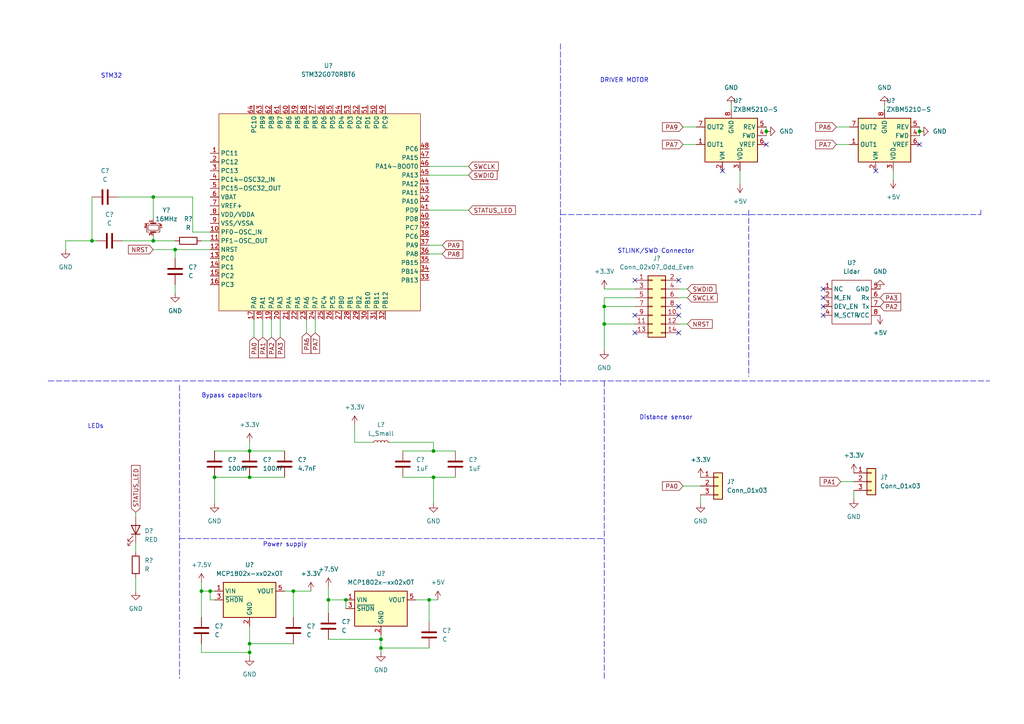
<source format=kicad_sch>
(kicad_sch (version 20211123) (generator eeschema)

  (uuid 83ebeb1b-ddb0-4f6b-b2eb-3787e05cd53d)

  (paper "A4")

  (title_block
    (title "STM32")
    (date "2023-09-20")
    (rev "1.0")
    (company "ENSEA")
  )

  (lib_symbols
    (symbol "Connector_Generic:Conn_01x03" (pin_names (offset 1.016) hide) (in_bom yes) (on_board yes)
      (property "Reference" "J" (id 0) (at 0 5.08 0)
        (effects (font (size 1.27 1.27)))
      )
      (property "Value" "Conn_01x03" (id 1) (at 0 -5.08 0)
        (effects (font (size 1.27 1.27)))
      )
      (property "Footprint" "" (id 2) (at 0 0 0)
        (effects (font (size 1.27 1.27)) hide)
      )
      (property "Datasheet" "~" (id 3) (at 0 0 0)
        (effects (font (size 1.27 1.27)) hide)
      )
      (property "ki_keywords" "connector" (id 4) (at 0 0 0)
        (effects (font (size 1.27 1.27)) hide)
      )
      (property "ki_description" "Generic connector, single row, 01x03, script generated (kicad-library-utils/schlib/autogen/connector/)" (id 5) (at 0 0 0)
        (effects (font (size 1.27 1.27)) hide)
      )
      (property "ki_fp_filters" "Connector*:*_1x??_*" (id 6) (at 0 0 0)
        (effects (font (size 1.27 1.27)) hide)
      )
      (symbol "Conn_01x03_1_1"
        (rectangle (start -1.27 -2.413) (end 0 -2.667)
          (stroke (width 0.1524) (type default) (color 0 0 0 0))
          (fill (type none))
        )
        (rectangle (start -1.27 0.127) (end 0 -0.127)
          (stroke (width 0.1524) (type default) (color 0 0 0 0))
          (fill (type none))
        )
        (rectangle (start -1.27 2.667) (end 0 2.413)
          (stroke (width 0.1524) (type default) (color 0 0 0 0))
          (fill (type none))
        )
        (rectangle (start -1.27 3.81) (end 1.27 -3.81)
          (stroke (width 0.254) (type default) (color 0 0 0 0))
          (fill (type background))
        )
        (pin passive line (at -5.08 2.54 0) (length 3.81)
          (name "Pin_1" (effects (font (size 1.27 1.27))))
          (number "1" (effects (font (size 1.27 1.27))))
        )
        (pin passive line (at -5.08 0 0) (length 3.81)
          (name "Pin_2" (effects (font (size 1.27 1.27))))
          (number "2" (effects (font (size 1.27 1.27))))
        )
        (pin passive line (at -5.08 -2.54 0) (length 3.81)
          (name "Pin_3" (effects (font (size 1.27 1.27))))
          (number "3" (effects (font (size 1.27 1.27))))
        )
      )
    )
    (symbol "Connector_Generic:Conn_02x07_Odd_Even" (pin_names (offset 1.016) hide) (in_bom yes) (on_board yes)
      (property "Reference" "J" (id 0) (at 1.27 10.16 0)
        (effects (font (size 1.27 1.27)))
      )
      (property "Value" "Conn_02x07_Odd_Even" (id 1) (at 1.27 -10.16 0)
        (effects (font (size 1.27 1.27)))
      )
      (property "Footprint" "" (id 2) (at 0 0 0)
        (effects (font (size 1.27 1.27)) hide)
      )
      (property "Datasheet" "~" (id 3) (at 0 0 0)
        (effects (font (size 1.27 1.27)) hide)
      )
      (property "ki_keywords" "connector" (id 4) (at 0 0 0)
        (effects (font (size 1.27 1.27)) hide)
      )
      (property "ki_description" "Generic connector, double row, 02x07, odd/even pin numbering scheme (row 1 odd numbers, row 2 even numbers), script generated (kicad-library-utils/schlib/autogen/connector/)" (id 5) (at 0 0 0)
        (effects (font (size 1.27 1.27)) hide)
      )
      (property "ki_fp_filters" "Connector*:*_2x??_*" (id 6) (at 0 0 0)
        (effects (font (size 1.27 1.27)) hide)
      )
      (symbol "Conn_02x07_Odd_Even_1_1"
        (rectangle (start -1.27 -7.493) (end 0 -7.747)
          (stroke (width 0.1524) (type default) (color 0 0 0 0))
          (fill (type none))
        )
        (rectangle (start -1.27 -4.953) (end 0 -5.207)
          (stroke (width 0.1524) (type default) (color 0 0 0 0))
          (fill (type none))
        )
        (rectangle (start -1.27 -2.413) (end 0 -2.667)
          (stroke (width 0.1524) (type default) (color 0 0 0 0))
          (fill (type none))
        )
        (rectangle (start -1.27 0.127) (end 0 -0.127)
          (stroke (width 0.1524) (type default) (color 0 0 0 0))
          (fill (type none))
        )
        (rectangle (start -1.27 2.667) (end 0 2.413)
          (stroke (width 0.1524) (type default) (color 0 0 0 0))
          (fill (type none))
        )
        (rectangle (start -1.27 5.207) (end 0 4.953)
          (stroke (width 0.1524) (type default) (color 0 0 0 0))
          (fill (type none))
        )
        (rectangle (start -1.27 7.747) (end 0 7.493)
          (stroke (width 0.1524) (type default) (color 0 0 0 0))
          (fill (type none))
        )
        (rectangle (start -1.27 8.89) (end 3.81 -8.89)
          (stroke (width 0.254) (type default) (color 0 0 0 0))
          (fill (type background))
        )
        (rectangle (start 3.81 -7.493) (end 2.54 -7.747)
          (stroke (width 0.1524) (type default) (color 0 0 0 0))
          (fill (type none))
        )
        (rectangle (start 3.81 -4.953) (end 2.54 -5.207)
          (stroke (width 0.1524) (type default) (color 0 0 0 0))
          (fill (type none))
        )
        (rectangle (start 3.81 -2.413) (end 2.54 -2.667)
          (stroke (width 0.1524) (type default) (color 0 0 0 0))
          (fill (type none))
        )
        (rectangle (start 3.81 0.127) (end 2.54 -0.127)
          (stroke (width 0.1524) (type default) (color 0 0 0 0))
          (fill (type none))
        )
        (rectangle (start 3.81 2.667) (end 2.54 2.413)
          (stroke (width 0.1524) (type default) (color 0 0 0 0))
          (fill (type none))
        )
        (rectangle (start 3.81 5.207) (end 2.54 4.953)
          (stroke (width 0.1524) (type default) (color 0 0 0 0))
          (fill (type none))
        )
        (rectangle (start 3.81 7.747) (end 2.54 7.493)
          (stroke (width 0.1524) (type default) (color 0 0 0 0))
          (fill (type none))
        )
        (pin passive line (at -5.08 7.62 0) (length 3.81)
          (name "Pin_1" (effects (font (size 1.27 1.27))))
          (number "1" (effects (font (size 1.27 1.27))))
        )
        (pin passive line (at 7.62 -2.54 180) (length 3.81)
          (name "Pin_10" (effects (font (size 1.27 1.27))))
          (number "10" (effects (font (size 1.27 1.27))))
        )
        (pin passive line (at -5.08 -5.08 0) (length 3.81)
          (name "Pin_11" (effects (font (size 1.27 1.27))))
          (number "11" (effects (font (size 1.27 1.27))))
        )
        (pin passive line (at 7.62 -5.08 180) (length 3.81)
          (name "Pin_12" (effects (font (size 1.27 1.27))))
          (number "12" (effects (font (size 1.27 1.27))))
        )
        (pin passive line (at -5.08 -7.62 0) (length 3.81)
          (name "Pin_13" (effects (font (size 1.27 1.27))))
          (number "13" (effects (font (size 1.27 1.27))))
        )
        (pin passive line (at 7.62 -7.62 180) (length 3.81)
          (name "Pin_14" (effects (font (size 1.27 1.27))))
          (number "14" (effects (font (size 1.27 1.27))))
        )
        (pin passive line (at 7.62 7.62 180) (length 3.81)
          (name "Pin_2" (effects (font (size 1.27 1.27))))
          (number "2" (effects (font (size 1.27 1.27))))
        )
        (pin passive line (at -5.08 5.08 0) (length 3.81)
          (name "Pin_3" (effects (font (size 1.27 1.27))))
          (number "3" (effects (font (size 1.27 1.27))))
        )
        (pin passive line (at 7.62 5.08 180) (length 3.81)
          (name "Pin_4" (effects (font (size 1.27 1.27))))
          (number "4" (effects (font (size 1.27 1.27))))
        )
        (pin passive line (at -5.08 2.54 0) (length 3.81)
          (name "Pin_5" (effects (font (size 1.27 1.27))))
          (number "5" (effects (font (size 1.27 1.27))))
        )
        (pin passive line (at 7.62 2.54 180) (length 3.81)
          (name "Pin_6" (effects (font (size 1.27 1.27))))
          (number "6" (effects (font (size 1.27 1.27))))
        )
        (pin passive line (at -5.08 0 0) (length 3.81)
          (name "Pin_7" (effects (font (size 1.27 1.27))))
          (number "7" (effects (font (size 1.27 1.27))))
        )
        (pin passive line (at 7.62 0 180) (length 3.81)
          (name "Pin_8" (effects (font (size 1.27 1.27))))
          (number "8" (effects (font (size 1.27 1.27))))
        )
        (pin passive line (at -5.08 -2.54 0) (length 3.81)
          (name "Pin_9" (effects (font (size 1.27 1.27))))
          (number "9" (effects (font (size 1.27 1.27))))
        )
      )
    )
    (symbol "Device:C" (pin_numbers hide) (pin_names (offset 0.254)) (in_bom yes) (on_board yes)
      (property "Reference" "C" (id 0) (at 0.635 2.54 0)
        (effects (font (size 1.27 1.27)) (justify left))
      )
      (property "Value" "C" (id 1) (at 0.635 -2.54 0)
        (effects (font (size 1.27 1.27)) (justify left))
      )
      (property "Footprint" "" (id 2) (at 0.9652 -3.81 0)
        (effects (font (size 1.27 1.27)) hide)
      )
      (property "Datasheet" "~" (id 3) (at 0 0 0)
        (effects (font (size 1.27 1.27)) hide)
      )
      (property "ki_keywords" "cap capacitor" (id 4) (at 0 0 0)
        (effects (font (size 1.27 1.27)) hide)
      )
      (property "ki_description" "Unpolarized capacitor" (id 5) (at 0 0 0)
        (effects (font (size 1.27 1.27)) hide)
      )
      (property "ki_fp_filters" "C_*" (id 6) (at 0 0 0)
        (effects (font (size 1.27 1.27)) hide)
      )
      (symbol "C_0_1"
        (polyline
          (pts
            (xy -2.032 -0.762)
            (xy 2.032 -0.762)
          )
          (stroke (width 0.508) (type default) (color 0 0 0 0))
          (fill (type none))
        )
        (polyline
          (pts
            (xy -2.032 0.762)
            (xy 2.032 0.762)
          )
          (stroke (width 0.508) (type default) (color 0 0 0 0))
          (fill (type none))
        )
      )
      (symbol "C_1_1"
        (pin passive line (at 0 3.81 270) (length 2.794)
          (name "~" (effects (font (size 1.27 1.27))))
          (number "1" (effects (font (size 1.27 1.27))))
        )
        (pin passive line (at 0 -3.81 90) (length 2.794)
          (name "~" (effects (font (size 1.27 1.27))))
          (number "2" (effects (font (size 1.27 1.27))))
        )
      )
    )
    (symbol "Device:Crystal_GND24_Small" (pin_names (offset 1.016) hide) (in_bom yes) (on_board yes)
      (property "Reference" "Y" (id 0) (at 1.27 4.445 0)
        (effects (font (size 1.27 1.27)) (justify left))
      )
      (property "Value" "Crystal_GND24_Small" (id 1) (at 1.27 2.54 0)
        (effects (font (size 1.27 1.27)) (justify left))
      )
      (property "Footprint" "" (id 2) (at 0 0 0)
        (effects (font (size 1.27 1.27)) hide)
      )
      (property "Datasheet" "~" (id 3) (at 0 0 0)
        (effects (font (size 1.27 1.27)) hide)
      )
      (property "ki_keywords" "quartz ceramic resonator oscillator" (id 4) (at 0 0 0)
        (effects (font (size 1.27 1.27)) hide)
      )
      (property "ki_description" "Four pin crystal, GND on pins 2 and 4, small symbol" (id 5) (at 0 0 0)
        (effects (font (size 1.27 1.27)) hide)
      )
      (property "ki_fp_filters" "Crystal*" (id 6) (at 0 0 0)
        (effects (font (size 1.27 1.27)) hide)
      )
      (symbol "Crystal_GND24_Small_0_1"
        (rectangle (start -0.762 -1.524) (end 0.762 1.524)
          (stroke (width 0) (type default) (color 0 0 0 0))
          (fill (type none))
        )
        (polyline
          (pts
            (xy -1.27 -0.762)
            (xy -1.27 0.762)
          )
          (stroke (width 0.381) (type default) (color 0 0 0 0))
          (fill (type none))
        )
        (polyline
          (pts
            (xy 1.27 -0.762)
            (xy 1.27 0.762)
          )
          (stroke (width 0.381) (type default) (color 0 0 0 0))
          (fill (type none))
        )
        (polyline
          (pts
            (xy -1.27 -1.27)
            (xy -1.27 -1.905)
            (xy 1.27 -1.905)
            (xy 1.27 -1.27)
          )
          (stroke (width 0) (type default) (color 0 0 0 0))
          (fill (type none))
        )
        (polyline
          (pts
            (xy -1.27 1.27)
            (xy -1.27 1.905)
            (xy 1.27 1.905)
            (xy 1.27 1.27)
          )
          (stroke (width 0) (type default) (color 0 0 0 0))
          (fill (type none))
        )
      )
      (symbol "Crystal_GND24_Small_1_1"
        (pin passive line (at -2.54 0 0) (length 1.27)
          (name "1" (effects (font (size 1.27 1.27))))
          (number "1" (effects (font (size 0.762 0.762))))
        )
        (pin passive line (at 0 -2.54 90) (length 0.635)
          (name "2" (effects (font (size 1.27 1.27))))
          (number "2" (effects (font (size 0.762 0.762))))
        )
        (pin passive line (at 2.54 0 180) (length 1.27)
          (name "3" (effects (font (size 1.27 1.27))))
          (number "3" (effects (font (size 0.762 0.762))))
        )
        (pin passive line (at 0 2.54 270) (length 0.635)
          (name "4" (effects (font (size 1.27 1.27))))
          (number "4" (effects (font (size 0.762 0.762))))
        )
      )
    )
    (symbol "Device:LED" (pin_numbers hide) (pin_names (offset 1.016) hide) (in_bom yes) (on_board yes)
      (property "Reference" "D" (id 0) (at 0 2.54 0)
        (effects (font (size 1.27 1.27)))
      )
      (property "Value" "LED" (id 1) (at 0 -2.54 0)
        (effects (font (size 1.27 1.27)))
      )
      (property "Footprint" "" (id 2) (at 0 0 0)
        (effects (font (size 1.27 1.27)) hide)
      )
      (property "Datasheet" "~" (id 3) (at 0 0 0)
        (effects (font (size 1.27 1.27)) hide)
      )
      (property "ki_keywords" "LED diode" (id 4) (at 0 0 0)
        (effects (font (size 1.27 1.27)) hide)
      )
      (property "ki_description" "Light emitting diode" (id 5) (at 0 0 0)
        (effects (font (size 1.27 1.27)) hide)
      )
      (property "ki_fp_filters" "LED* LED_SMD:* LED_THT:*" (id 6) (at 0 0 0)
        (effects (font (size 1.27 1.27)) hide)
      )
      (symbol "LED_0_1"
        (polyline
          (pts
            (xy -1.27 -1.27)
            (xy -1.27 1.27)
          )
          (stroke (width 0.254) (type default) (color 0 0 0 0))
          (fill (type none))
        )
        (polyline
          (pts
            (xy -1.27 0)
            (xy 1.27 0)
          )
          (stroke (width 0) (type default) (color 0 0 0 0))
          (fill (type none))
        )
        (polyline
          (pts
            (xy 1.27 -1.27)
            (xy 1.27 1.27)
            (xy -1.27 0)
            (xy 1.27 -1.27)
          )
          (stroke (width 0.254) (type default) (color 0 0 0 0))
          (fill (type none))
        )
        (polyline
          (pts
            (xy -3.048 -0.762)
            (xy -4.572 -2.286)
            (xy -3.81 -2.286)
            (xy -4.572 -2.286)
            (xy -4.572 -1.524)
          )
          (stroke (width 0) (type default) (color 0 0 0 0))
          (fill (type none))
        )
        (polyline
          (pts
            (xy -1.778 -0.762)
            (xy -3.302 -2.286)
            (xy -2.54 -2.286)
            (xy -3.302 -2.286)
            (xy -3.302 -1.524)
          )
          (stroke (width 0) (type default) (color 0 0 0 0))
          (fill (type none))
        )
      )
      (symbol "LED_1_1"
        (pin passive line (at -3.81 0 0) (length 2.54)
          (name "K" (effects (font (size 1.27 1.27))))
          (number "1" (effects (font (size 1.27 1.27))))
        )
        (pin passive line (at 3.81 0 180) (length 2.54)
          (name "A" (effects (font (size 1.27 1.27))))
          (number "2" (effects (font (size 1.27 1.27))))
        )
      )
    )
    (symbol "Device:L_Small" (pin_numbers hide) (pin_names (offset 0.254) hide) (in_bom yes) (on_board yes)
      (property "Reference" "L" (id 0) (at 0.762 1.016 0)
        (effects (font (size 1.27 1.27)) (justify left))
      )
      (property "Value" "L_Small" (id 1) (at 0.762 -1.016 0)
        (effects (font (size 1.27 1.27)) (justify left))
      )
      (property "Footprint" "" (id 2) (at 0 0 0)
        (effects (font (size 1.27 1.27)) hide)
      )
      (property "Datasheet" "~" (id 3) (at 0 0 0)
        (effects (font (size 1.27 1.27)) hide)
      )
      (property "ki_keywords" "inductor choke coil reactor magnetic" (id 4) (at 0 0 0)
        (effects (font (size 1.27 1.27)) hide)
      )
      (property "ki_description" "Inductor, small symbol" (id 5) (at 0 0 0)
        (effects (font (size 1.27 1.27)) hide)
      )
      (property "ki_fp_filters" "Choke_* *Coil* Inductor_* L_*" (id 6) (at 0 0 0)
        (effects (font (size 1.27 1.27)) hide)
      )
      (symbol "L_Small_0_1"
        (arc (start 0 -2.032) (mid 0.508 -1.524) (end 0 -1.016)
          (stroke (width 0) (type default) (color 0 0 0 0))
          (fill (type none))
        )
        (arc (start 0 -1.016) (mid 0.508 -0.508) (end 0 0)
          (stroke (width 0) (type default) (color 0 0 0 0))
          (fill (type none))
        )
        (arc (start 0 0) (mid 0.508 0.508) (end 0 1.016)
          (stroke (width 0) (type default) (color 0 0 0 0))
          (fill (type none))
        )
        (arc (start 0 1.016) (mid 0.508 1.524) (end 0 2.032)
          (stroke (width 0) (type default) (color 0 0 0 0))
          (fill (type none))
        )
      )
      (symbol "L_Small_1_1"
        (pin passive line (at 0 2.54 270) (length 0.508)
          (name "~" (effects (font (size 1.27 1.27))))
          (number "1" (effects (font (size 1.27 1.27))))
        )
        (pin passive line (at 0 -2.54 90) (length 0.508)
          (name "~" (effects (font (size 1.27 1.27))))
          (number "2" (effects (font (size 1.27 1.27))))
        )
      )
    )
    (symbol "Device:R" (pin_numbers hide) (pin_names (offset 0)) (in_bom yes) (on_board yes)
      (property "Reference" "R" (id 0) (at 2.032 0 90)
        (effects (font (size 1.27 1.27)))
      )
      (property "Value" "R" (id 1) (at 0 0 90)
        (effects (font (size 1.27 1.27)))
      )
      (property "Footprint" "" (id 2) (at -1.778 0 90)
        (effects (font (size 1.27 1.27)) hide)
      )
      (property "Datasheet" "~" (id 3) (at 0 0 0)
        (effects (font (size 1.27 1.27)) hide)
      )
      (property "ki_keywords" "R res resistor" (id 4) (at 0 0 0)
        (effects (font (size 1.27 1.27)) hide)
      )
      (property "ki_description" "Resistor" (id 5) (at 0 0 0)
        (effects (font (size 1.27 1.27)) hide)
      )
      (property "ki_fp_filters" "R_*" (id 6) (at 0 0 0)
        (effects (font (size 1.27 1.27)) hide)
      )
      (symbol "R_0_1"
        (rectangle (start -1.016 -2.54) (end 1.016 2.54)
          (stroke (width 0.254) (type default) (color 0 0 0 0))
          (fill (type none))
        )
      )
      (symbol "R_1_1"
        (pin passive line (at 0 3.81 270) (length 1.27)
          (name "~" (effects (font (size 1.27 1.27))))
          (number "1" (effects (font (size 1.27 1.27))))
        )
        (pin passive line (at 0 -3.81 90) (length 1.27)
          (name "~" (effects (font (size 1.27 1.27))))
          (number "2" (effects (font (size 1.27 1.27))))
        )
      )
    )
    (symbol "Driver_Motor:ZXBM5210-S" (in_bom yes) (on_board yes)
      (property "Reference" "U" (id 0) (at -7.62 8.89 0)
        (effects (font (size 1.27 1.27)))
      )
      (property "Value" "ZXBM5210-S" (id 1) (at 10.16 8.89 0)
        (effects (font (size 1.27 1.27)))
      )
      (property "Footprint" "Package_SO:SOIC-8_3.9x4.9mm_P1.27mm" (id 2) (at 1.27 -6.35 0)
        (effects (font (size 1.27 1.27)) hide)
      )
      (property "Datasheet" "https://www.diodes.com/assets/Datasheets/ZXBM5210.pdf" (id 3) (at 0 0 0)
        (effects (font (size 1.27 1.27)) hide)
      )
      (property "ki_keywords" "H-bridge, motor driver, PWM, single coil" (id 4) (at 0 0 0)
        (effects (font (size 1.27 1.27)) hide)
      )
      (property "ki_description" "Reversible DC motor drive with speed control, 3-18V, 0.85A, SOIC-8" (id 5) (at 0 0 0)
        (effects (font (size 1.27 1.27)) hide)
      )
      (property "ki_fp_filters" "SOIC*3.9x4.9mm*P1.27mm*" (id 6) (at 0 0 0)
        (effects (font (size 1.27 1.27)) hide)
      )
      (symbol "ZXBM5210-S_0_0"
        (pin output line (at 10.16 2.54 180) (length 2.54)
          (name "OUT1" (effects (font (size 1.27 1.27))))
          (number "1" (effects (font (size 1.27 1.27))))
        )
        (pin power_in line (at 2.54 10.16 270) (length 2.54)
          (name "VM" (effects (font (size 1.27 1.27))))
          (number "2" (effects (font (size 1.27 1.27))))
        )
        (pin power_in line (at -2.54 10.16 270) (length 2.54)
          (name "VDD" (effects (font (size 1.27 1.27))))
          (number "3" (effects (font (size 1.27 1.27))))
        )
        (pin input line (at -10.16 0 0) (length 2.54)
          (name "FWD" (effects (font (size 1.27 1.27))))
          (number "4" (effects (font (size 1.27 1.27))))
        )
        (pin input line (at -10.16 -2.54 0) (length 2.54)
          (name "REV" (effects (font (size 1.27 1.27))))
          (number "5" (effects (font (size 1.27 1.27))))
        )
        (pin input line (at -10.16 2.54 0) (length 2.54)
          (name "VREF" (effects (font (size 1.27 1.27))))
          (number "6" (effects (font (size 1.27 1.27))))
        )
        (pin output line (at 10.16 -2.54 180) (length 2.54)
          (name "OUT2" (effects (font (size 1.27 1.27))))
          (number "7" (effects (font (size 1.27 1.27))))
        )
        (pin power_in line (at 0 -7.62 90) (length 2.54)
          (name "GND" (effects (font (size 1.27 1.27))))
          (number "8" (effects (font (size 1.27 1.27))))
        )
      )
      (symbol "ZXBM5210-S_0_1"
        (rectangle (start -7.62 7.62) (end 7.62 -5.08)
          (stroke (width 0.254) (type default) (color 0 0 0 0))
          (fill (type background))
        )
      )
    )
    (symbol "Lidar:Lidar" (in_bom yes) (on_board yes)
      (property "Reference" "U" (id 0) (at -15.24 17.78 0)
        (effects (font (size 1.27 1.27)))
      )
      (property "Value" "Lidar" (id 1) (at -15.24 15.24 0)
        (effects (font (size 1.27 1.27)))
      )
      (property "Footprint" "" (id 2) (at -15.24 16.51 0)
        (effects (font (size 1.27 1.27)) hide)
      )
      (property "Datasheet" "" (id 3) (at -15.24 16.51 0)
        (effects (font (size 1.27 1.27)) hide)
      )
      (symbol "Lidar_0_1"
        (rectangle (start -10.16 13.97) (end -21.59 1.27)
          (stroke (width 0) (type default) (color 0 0 0 0))
          (fill (type none))
        )
      )
      (symbol "Lidar_1_1"
        (pin bidirectional line (at -24.13 11.43 0) (length 2.54)
          (name "NC" (effects (font (size 1.27 1.27))))
          (number "1" (effects (font (size 1.27 1.27))))
        )
        (pin bidirectional line (at -24.13 8.89 0) (length 2.54)
          (name "M_EN" (effects (font (size 1.27 1.27))))
          (number "2" (effects (font (size 1.27 1.27))))
        )
        (pin bidirectional line (at -24.13 6.35 0) (length 2.54)
          (name "DEV_EN" (effects (font (size 1.27 1.27))))
          (number "3" (effects (font (size 1.27 1.27))))
        )
        (pin bidirectional line (at -24.13 3.81 0) (length 2.54)
          (name "M_SCTR" (effects (font (size 1.27 1.27))))
          (number "4" (effects (font (size 1.27 1.27))))
        )
        (pin power_out line (at -7.62 11.43 180) (length 2.54)
          (name "GND" (effects (font (size 1.27 1.27))))
          (number "5" (effects (font (size 1.27 1.27))))
        )
        (pin bidirectional line (at -7.62 8.89 180) (length 2.54)
          (name "Rx" (effects (font (size 1.27 1.27))))
          (number "6" (effects (font (size 1.27 1.27))))
        )
        (pin bidirectional line (at -7.62 6.35 180) (length 2.54)
          (name "Tx" (effects (font (size 1.27 1.27))))
          (number "7" (effects (font (size 1.27 1.27))))
        )
        (pin power_in line (at -7.62 3.81 180) (length 2.54)
          (name "VCC" (effects (font (size 1.27 1.27))))
          (number "8" (effects (font (size 1.27 1.27))))
        )
      )
    )
    (symbol "Regulator_Linear:MCP1802x-xx02xOT" (in_bom yes) (on_board yes)
      (property "Reference" "U" (id 0) (at -6.35 6.35 0)
        (effects (font (size 1.27 1.27)) (justify left))
      )
      (property "Value" "MCP1802x-xx02xOT" (id 1) (at 0 6.35 0)
        (effects (font (size 1.27 1.27)) (justify left))
      )
      (property "Footprint" "Package_TO_SOT_SMD:SOT-23-5" (id 2) (at -6.35 8.89 0)
        (effects (font (size 1.27 1.27) italic) (justify left) hide)
      )
      (property "Datasheet" "http://ww1.microchip.com/downloads/en/DeviceDoc/22053C.pdf" (id 3) (at 0 -2.54 0)
        (effects (font (size 1.27 1.27)) hide)
      )
      (property "ki_keywords" "LDO Linear Voltage Regulator" (id 4) (at 0 0 0)
        (effects (font (size 1.27 1.27)) hide)
      )
      (property "ki_description" "150mA, Tiny CMOS LDO With Shutdown, Fixed Voltage, SOT-23-5" (id 5) (at 0 0 0)
        (effects (font (size 1.27 1.27)) hide)
      )
      (property "ki_fp_filters" "SOT?23*" (id 6) (at 0 0 0)
        (effects (font (size 1.27 1.27)) hide)
      )
      (symbol "MCP1802x-xx02xOT_0_1"
        (rectangle (start -7.62 5.08) (end 7.62 -5.08)
          (stroke (width 0.254) (type default) (color 0 0 0 0))
          (fill (type background))
        )
      )
      (symbol "MCP1802x-xx02xOT_1_1"
        (pin power_in line (at -10.16 2.54 0) (length 2.54)
          (name "VIN" (effects (font (size 1.27 1.27))))
          (number "1" (effects (font (size 1.27 1.27))))
        )
        (pin power_in line (at 0 -7.62 90) (length 2.54)
          (name "GND" (effects (font (size 1.27 1.27))))
          (number "2" (effects (font (size 1.27 1.27))))
        )
        (pin input line (at -10.16 0 0) (length 2.54)
          (name "~{SHDN}" (effects (font (size 1.27 1.27))))
          (number "3" (effects (font (size 1.27 1.27))))
        )
        (pin no_connect line (at 7.62 0 180) (length 2.54) hide
          (name "NC" (effects (font (size 1.27 1.27))))
          (number "4" (effects (font (size 1.27 1.27))))
        )
        (pin power_out line (at 10.16 2.54 180) (length 2.54)
          (name "VOUT" (effects (font (size 1.27 1.27))))
          (number "5" (effects (font (size 1.27 1.27))))
        )
      )
    )
    (symbol "STM32G070RBT6:STM32G070RBT6" (in_bom yes) (on_board yes)
      (property "Reference" "U" (id 0) (at 44.45 36.83 0)
        (effects (font (size 1.27 1.27)))
      )
      (property "Value" "STM32G070RBT6" (id 1) (at 44.45 34.29 0)
        (effects (font (size 1.27 1.27)))
      )
      (property "Footprint" "" (id 2) (at 20.32 0 0)
        (effects (font (size 1.27 1.27)) hide)
      )
      (property "Datasheet" "" (id 3) (at 20.32 0 0)
        (effects (font (size 1.27 1.27)) hide)
      )
      (symbol "STM32G070RBT6_0_1"
        (rectangle (start 16.51 10.16) (end 74.93 -46.99)
          (stroke (width 0) (type default) (color 0 0 0 0))
          (fill (type background))
        )
      )
      (symbol "STM32G070RBT6_1_1"
        (pin power_in line (at 13.97 -1.27 0) (length 2.54)
          (name "PC11" (effects (font (size 1.27 1.27))))
          (number "1" (effects (font (size 1.27 1.27))))
        )
        (pin bidirectional line (at 13.97 -24.13 0) (length 2.54)
          (name "PF0-OSC_IN" (effects (font (size 1.27 1.27))))
          (number "10" (effects (font (size 1.27 1.27))))
        )
        (pin bidirectional line (at 13.97 -26.67 0) (length 2.54)
          (name "PF1-OSC_OUT" (effects (font (size 1.27 1.27))))
          (number "11" (effects (font (size 1.27 1.27))))
        )
        (pin bidirectional line (at 13.97 -29.21 0) (length 2.54)
          (name "NRST" (effects (font (size 1.27 1.27))))
          (number "12" (effects (font (size 1.27 1.27))))
        )
        (pin bidirectional line (at 13.97 -31.75 0) (length 2.54)
          (name "PC0" (effects (font (size 1.27 1.27))))
          (number "13" (effects (font (size 1.27 1.27))))
        )
        (pin bidirectional line (at 13.97 -34.29 0) (length 2.54)
          (name "PC1" (effects (font (size 1.27 1.27))))
          (number "14" (effects (font (size 1.27 1.27))))
        )
        (pin bidirectional line (at 13.97 -36.83 0) (length 2.54)
          (name "PC2" (effects (font (size 1.27 1.27))))
          (number "15" (effects (font (size 1.27 1.27))))
        )
        (pin bidirectional line (at 13.97 -39.37 0) (length 2.54)
          (name "PC3" (effects (font (size 1.27 1.27))))
          (number "16" (effects (font (size 1.27 1.27))))
        )
        (pin bidirectional line (at 26.67 -49.53 90) (length 2.54)
          (name "PA0" (effects (font (size 1.27 1.27))))
          (number "17" (effects (font (size 1.27 1.27))))
        )
        (pin power_in line (at 29.21 -49.53 90) (length 2.54)
          (name "PA1" (effects (font (size 1.27 1.27))))
          (number "18" (effects (font (size 1.27 1.27))))
        )
        (pin power_in line (at 31.75 -49.53 90) (length 2.54)
          (name "PA2" (effects (font (size 1.27 1.27))))
          (number "19" (effects (font (size 1.27 1.27))))
        )
        (pin bidirectional line (at 13.97 -3.81 0) (length 2.54)
          (name "PC12" (effects (font (size 1.27 1.27))))
          (number "2" (effects (font (size 1.27 1.27))))
        )
        (pin bidirectional line (at 34.29 -49.53 90) (length 2.54)
          (name "PA3" (effects (font (size 1.27 1.27))))
          (number "20" (effects (font (size 1.27 1.27))))
        )
        (pin bidirectional line (at 36.83 -49.53 90) (length 2.54)
          (name "PA4" (effects (font (size 1.27 1.27))))
          (number "21" (effects (font (size 1.27 1.27))))
        )
        (pin bidirectional line (at 39.37 -49.53 90) (length 2.54)
          (name "PA5" (effects (font (size 1.27 1.27))))
          (number "22" (effects (font (size 1.27 1.27))))
        )
        (pin bidirectional line (at 41.91 -49.53 90) (length 2.54)
          (name "PA6" (effects (font (size 1.27 1.27))))
          (number "23" (effects (font (size 1.27 1.27))))
        )
        (pin bidirectional line (at 44.45 -49.53 90) (length 2.54)
          (name "PA7" (effects (font (size 1.27 1.27))))
          (number "24" (effects (font (size 1.27 1.27))))
        )
        (pin bidirectional line (at 46.99 -49.53 90) (length 2.54)
          (name "PC4" (effects (font (size 1.27 1.27))))
          (number "25" (effects (font (size 1.27 1.27))))
        )
        (pin bidirectional line (at 49.53 -49.53 90) (length 2.54)
          (name "PC5" (effects (font (size 1.27 1.27))))
          (number "26" (effects (font (size 1.27 1.27))))
        )
        (pin bidirectional line (at 52.07 -49.53 90) (length 2.54)
          (name "PB0" (effects (font (size 1.27 1.27))))
          (number "27" (effects (font (size 1.27 1.27))))
        )
        (pin bidirectional line (at 54.61 -49.53 90) (length 2.54)
          (name "PB1" (effects (font (size 1.27 1.27))))
          (number "28" (effects (font (size 1.27 1.27))))
        )
        (pin bidirectional line (at 57.15 -49.53 90) (length 2.54)
          (name "PB2" (effects (font (size 1.27 1.27))))
          (number "29" (effects (font (size 1.27 1.27))))
        )
        (pin bidirectional line (at 13.97 -6.35 0) (length 2.54)
          (name "PC13" (effects (font (size 1.27 1.27))))
          (number "3" (effects (font (size 1.27 1.27))))
        )
        (pin bidirectional line (at 59.69 -49.53 90) (length 2.54)
          (name "PB10" (effects (font (size 1.27 1.27))))
          (number "30" (effects (font (size 1.27 1.27))))
        )
        (pin bidirectional line (at 62.23 -49.53 90) (length 2.54)
          (name "PB11" (effects (font (size 1.27 1.27))))
          (number "31" (effects (font (size 1.27 1.27))))
        )
        (pin bidirectional line (at 64.77 -49.53 90) (length 2.54)
          (name "PB12" (effects (font (size 1.27 1.27))))
          (number "32" (effects (font (size 1.27 1.27))))
        )
        (pin bidirectional line (at 77.47 -38.1 180) (length 2.54)
          (name "PB13" (effects (font (size 1.27 1.27))))
          (number "33" (effects (font (size 1.27 1.27))))
        )
        (pin bidirectional line (at 77.47 -35.56 180) (length 2.54)
          (name "PB14" (effects (font (size 1.27 1.27))))
          (number "34" (effects (font (size 1.27 1.27))))
        )
        (pin bidirectional line (at 77.47 -33.02 180) (length 2.54)
          (name "PB15" (effects (font (size 1.27 1.27))))
          (number "35" (effects (font (size 1.27 1.27))))
        )
        (pin bidirectional line (at 77.47 -30.48 180) (length 2.54)
          (name "PA8" (effects (font (size 1.27 1.27))))
          (number "36" (effects (font (size 1.27 1.27))))
        )
        (pin bidirectional line (at 77.47 -27.94 180) (length 2.54)
          (name "PA9" (effects (font (size 1.27 1.27))))
          (number "37" (effects (font (size 1.27 1.27))))
        )
        (pin bidirectional line (at 77.47 -25.4 180) (length 2.54)
          (name "PC6" (effects (font (size 1.27 1.27))))
          (number "38" (effects (font (size 1.27 1.27))))
        )
        (pin bidirectional line (at 77.47 -22.86 180) (length 2.54)
          (name "PC7" (effects (font (size 1.27 1.27))))
          (number "39" (effects (font (size 1.27 1.27))))
        )
        (pin bidirectional line (at 13.97 -8.89 0) (length 2.54)
          (name "PC14-OSC32_IN" (effects (font (size 1.27 1.27))))
          (number "4" (effects (font (size 1.27 1.27))))
        )
        (pin bidirectional line (at 77.47 -20.32 180) (length 2.54)
          (name "PD8" (effects (font (size 1.27 1.27))))
          (number "40" (effects (font (size 1.27 1.27))))
        )
        (pin bidirectional line (at 77.47 -17.78 180) (length 2.54)
          (name "PD9" (effects (font (size 1.27 1.27))))
          (number "41" (effects (font (size 1.27 1.27))))
        )
        (pin bidirectional line (at 77.47 -15.24 180) (length 2.54)
          (name "PA10" (effects (font (size 1.27 1.27))))
          (number "42" (effects (font (size 1.27 1.27))))
        )
        (pin bidirectional line (at 77.47 -12.7 180) (length 2.54)
          (name "PA11" (effects (font (size 1.27 1.27))))
          (number "43" (effects (font (size 1.27 1.27))))
        )
        (pin bidirectional line (at 77.47 -10.16 180) (length 2.54)
          (name "PA12" (effects (font (size 1.27 1.27))))
          (number "44" (effects (font (size 1.27 1.27))))
        )
        (pin bidirectional line (at 77.47 -7.62 180) (length 2.54)
          (name "PA13" (effects (font (size 1.27 1.27))))
          (number "45" (effects (font (size 1.27 1.27))))
        )
        (pin bidirectional line (at 77.47 -5.08 180) (length 2.54)
          (name "PA14-BOOT0" (effects (font (size 1.27 1.27))))
          (number "46" (effects (font (size 1.27 1.27))))
        )
        (pin bidirectional line (at 77.47 -2.54 180) (length 2.54)
          (name "PA15" (effects (font (size 1.27 1.27))))
          (number "47" (effects (font (size 1.27 1.27))))
        )
        (pin bidirectional line (at 77.47 0 180) (length 2.54)
          (name "PC6" (effects (font (size 1.27 1.27))))
          (number "48" (effects (font (size 1.27 1.27))))
        )
        (pin bidirectional line (at 64.77 12.7 270) (length 2.54)
          (name "PC9" (effects (font (size 1.27 1.27))))
          (number "49" (effects (font (size 1.27 1.27))))
        )
        (pin bidirectional line (at 13.97 -11.43 0) (length 2.54)
          (name "PC15-OSC32_OUT" (effects (font (size 1.27 1.27))))
          (number "5" (effects (font (size 1.27 1.27))))
        )
        (pin bidirectional line (at 62.23 12.7 270) (length 2.54)
          (name "PD0" (effects (font (size 1.27 1.27))))
          (number "50" (effects (font (size 1.27 1.27))))
        )
        (pin bidirectional line (at 59.69 12.7 270) (length 2.54)
          (name "PD1" (effects (font (size 1.27 1.27))))
          (number "51" (effects (font (size 1.27 1.27))))
        )
        (pin bidirectional line (at 57.15 12.7 270) (length 2.54)
          (name "PD2" (effects (font (size 1.27 1.27))))
          (number "52" (effects (font (size 1.27 1.27))))
        )
        (pin bidirectional line (at 54.61 12.7 270) (length 2.54)
          (name "PD3" (effects (font (size 1.27 1.27))))
          (number "53" (effects (font (size 1.27 1.27))))
        )
        (pin bidirectional line (at 52.07 12.7 270) (length 2.54)
          (name "PD4" (effects (font (size 1.27 1.27))))
          (number "54" (effects (font (size 1.27 1.27))))
        )
        (pin bidirectional line (at 49.53 12.7 270) (length 2.54)
          (name "PD5" (effects (font (size 1.27 1.27))))
          (number "55" (effects (font (size 1.27 1.27))))
        )
        (pin bidirectional line (at 46.99 12.7 270) (length 2.54)
          (name "PD6" (effects (font (size 1.27 1.27))))
          (number "56" (effects (font (size 1.27 1.27))))
        )
        (pin bidirectional line (at 44.45 12.7 270) (length 2.54)
          (name "PB3" (effects (font (size 1.27 1.27))))
          (number "57" (effects (font (size 1.27 1.27))))
        )
        (pin bidirectional line (at 41.91 12.7 270) (length 2.54)
          (name "PB4" (effects (font (size 1.27 1.27))))
          (number "58" (effects (font (size 1.27 1.27))))
        )
        (pin bidirectional line (at 39.37 12.7 270) (length 2.54)
          (name "PB5" (effects (font (size 1.27 1.27))))
          (number "59" (effects (font (size 1.27 1.27))))
        )
        (pin power_in line (at 13.97 -13.97 0) (length 2.54)
          (name "VBAT" (effects (font (size 1.27 1.27))))
          (number "6" (effects (font (size 1.27 1.27))))
        )
        (pin bidirectional line (at 36.83 12.7 270) (length 2.54)
          (name "PB6" (effects (font (size 1.27 1.27))))
          (number "60" (effects (font (size 1.27 1.27))))
        )
        (pin bidirectional line (at 34.29 12.7 270) (length 2.54)
          (name "PB7" (effects (font (size 1.27 1.27))))
          (number "61" (effects (font (size 1.27 1.27))))
        )
        (pin bidirectional line (at 31.75 12.7 270) (length 2.54)
          (name "PB8" (effects (font (size 1.27 1.27))))
          (number "62" (effects (font (size 1.27 1.27))))
        )
        (pin bidirectional line (at 29.21 12.7 270) (length 2.54)
          (name "PB9" (effects (font (size 1.27 1.27))))
          (number "63" (effects (font (size 1.27 1.27))))
        )
        (pin bidirectional line (at 26.67 12.7 270) (length 2.54)
          (name "PC10" (effects (font (size 1.27 1.27))))
          (number "64" (effects (font (size 1.27 1.27))))
        )
        (pin power_in line (at 13.97 -16.51 0) (length 2.54)
          (name "VREF+" (effects (font (size 1.27 1.27))))
          (number "7" (effects (font (size 1.27 1.27))))
        )
        (pin power_in line (at 13.97 -19.05 0) (length 2.54)
          (name "VDD/VDDA" (effects (font (size 1.27 1.27))))
          (number "8" (effects (font (size 1.27 1.27))))
        )
        (pin power_in line (at 13.97 -21.59 0) (length 2.54)
          (name "VSS/VSSA" (effects (font (size 1.27 1.27))))
          (number "9" (effects (font (size 1.27 1.27))))
        )
      )
    )
    (symbol "power:+3.3V" (power) (pin_names (offset 0)) (in_bom yes) (on_board yes)
      (property "Reference" "#PWR" (id 0) (at 0 -3.81 0)
        (effects (font (size 1.27 1.27)) hide)
      )
      (property "Value" "+3.3V" (id 1) (at 0 3.556 0)
        (effects (font (size 1.27 1.27)))
      )
      (property "Footprint" "" (id 2) (at 0 0 0)
        (effects (font (size 1.27 1.27)) hide)
      )
      (property "Datasheet" "" (id 3) (at 0 0 0)
        (effects (font (size 1.27 1.27)) hide)
      )
      (property "ki_keywords" "power-flag" (id 4) (at 0 0 0)
        (effects (font (size 1.27 1.27)) hide)
      )
      (property "ki_description" "Power symbol creates a global label with name \"+3.3V\"" (id 5) (at 0 0 0)
        (effects (font (size 1.27 1.27)) hide)
      )
      (symbol "+3.3V_0_1"
        (polyline
          (pts
            (xy -0.762 1.27)
            (xy 0 2.54)
          )
          (stroke (width 0) (type default) (color 0 0 0 0))
          (fill (type none))
        )
        (polyline
          (pts
            (xy 0 0)
            (xy 0 2.54)
          )
          (stroke (width 0) (type default) (color 0 0 0 0))
          (fill (type none))
        )
        (polyline
          (pts
            (xy 0 2.54)
            (xy 0.762 1.27)
          )
          (stroke (width 0) (type default) (color 0 0 0 0))
          (fill (type none))
        )
      )
      (symbol "+3.3V_1_1"
        (pin power_in line (at 0 0 90) (length 0) hide
          (name "+3.3V" (effects (font (size 1.27 1.27))))
          (number "1" (effects (font (size 1.27 1.27))))
        )
      )
    )
    (symbol "power:+5V" (power) (pin_names (offset 0)) (in_bom yes) (on_board yes)
      (property "Reference" "#PWR" (id 0) (at 0 -3.81 0)
        (effects (font (size 1.27 1.27)) hide)
      )
      (property "Value" "+5V" (id 1) (at 0 3.556 0)
        (effects (font (size 1.27 1.27)))
      )
      (property "Footprint" "" (id 2) (at 0 0 0)
        (effects (font (size 1.27 1.27)) hide)
      )
      (property "Datasheet" "" (id 3) (at 0 0 0)
        (effects (font (size 1.27 1.27)) hide)
      )
      (property "ki_keywords" "power-flag" (id 4) (at 0 0 0)
        (effects (font (size 1.27 1.27)) hide)
      )
      (property "ki_description" "Power symbol creates a global label with name \"+5V\"" (id 5) (at 0 0 0)
        (effects (font (size 1.27 1.27)) hide)
      )
      (symbol "+5V_0_1"
        (polyline
          (pts
            (xy -0.762 1.27)
            (xy 0 2.54)
          )
          (stroke (width 0) (type default) (color 0 0 0 0))
          (fill (type none))
        )
        (polyline
          (pts
            (xy 0 0)
            (xy 0 2.54)
          )
          (stroke (width 0) (type default) (color 0 0 0 0))
          (fill (type none))
        )
        (polyline
          (pts
            (xy 0 2.54)
            (xy 0.762 1.27)
          )
          (stroke (width 0) (type default) (color 0 0 0 0))
          (fill (type none))
        )
      )
      (symbol "+5V_1_1"
        (pin power_in line (at 0 0 90) (length 0) hide
          (name "+5V" (effects (font (size 1.27 1.27))))
          (number "1" (effects (font (size 1.27 1.27))))
        )
      )
    )
    (symbol "power:+7.5V" (power) (pin_names (offset 0)) (in_bom yes) (on_board yes)
      (property "Reference" "#PWR" (id 0) (at 0 -3.81 0)
        (effects (font (size 1.27 1.27)) hide)
      )
      (property "Value" "+7.5V" (id 1) (at 0 3.556 0)
        (effects (font (size 1.27 1.27)))
      )
      (property "Footprint" "" (id 2) (at 0 0 0)
        (effects (font (size 1.27 1.27)) hide)
      )
      (property "Datasheet" "" (id 3) (at 0 0 0)
        (effects (font (size 1.27 1.27)) hide)
      )
      (property "ki_keywords" "power-flag" (id 4) (at 0 0 0)
        (effects (font (size 1.27 1.27)) hide)
      )
      (property "ki_description" "Power symbol creates a global label with name \"+7.5V\"" (id 5) (at 0 0 0)
        (effects (font (size 1.27 1.27)) hide)
      )
      (symbol "+7.5V_0_1"
        (polyline
          (pts
            (xy -0.762 1.27)
            (xy 0 2.54)
          )
          (stroke (width 0) (type default) (color 0 0 0 0))
          (fill (type none))
        )
        (polyline
          (pts
            (xy 0 0)
            (xy 0 2.54)
          )
          (stroke (width 0) (type default) (color 0 0 0 0))
          (fill (type none))
        )
        (polyline
          (pts
            (xy 0 2.54)
            (xy 0.762 1.27)
          )
          (stroke (width 0) (type default) (color 0 0 0 0))
          (fill (type none))
        )
      )
      (symbol "+7.5V_1_1"
        (pin power_in line (at 0 0 90) (length 0) hide
          (name "+7.5V" (effects (font (size 1.27 1.27))))
          (number "1" (effects (font (size 1.27 1.27))))
        )
      )
    )
    (symbol "power:GND" (power) (pin_names (offset 0)) (in_bom yes) (on_board yes)
      (property "Reference" "#PWR" (id 0) (at 0 -6.35 0)
        (effects (font (size 1.27 1.27)) hide)
      )
      (property "Value" "GND" (id 1) (at 0 -3.81 0)
        (effects (font (size 1.27 1.27)))
      )
      (property "Footprint" "" (id 2) (at 0 0 0)
        (effects (font (size 1.27 1.27)) hide)
      )
      (property "Datasheet" "" (id 3) (at 0 0 0)
        (effects (font (size 1.27 1.27)) hide)
      )
      (property "ki_keywords" "power-flag" (id 4) (at 0 0 0)
        (effects (font (size 1.27 1.27)) hide)
      )
      (property "ki_description" "Power symbol creates a global label with name \"GND\" , ground" (id 5) (at 0 0 0)
        (effects (font (size 1.27 1.27)) hide)
      )
      (symbol "GND_0_1"
        (polyline
          (pts
            (xy 0 0)
            (xy 0 -1.27)
            (xy 1.27 -1.27)
            (xy 0 -2.54)
            (xy -1.27 -1.27)
            (xy 0 -1.27)
          )
          (stroke (width 0) (type default) (color 0 0 0 0))
          (fill (type none))
        )
      )
      (symbol "GND_1_1"
        (pin power_in line (at 0 0 270) (length 0) hide
          (name "GND" (effects (font (size 1.27 1.27))))
          (number "1" (effects (font (size 1.27 1.27))))
        )
      )
    )
  )

  (junction (at 26.67 69.85) (diameter 0) (color 0 0 0 0)
    (uuid 1231c49d-abb0-4809-9e53-010227de9798)
  )
  (junction (at 95.25 173.99) (diameter 0) (color 0 0 0 0)
    (uuid 1d1c0e9d-baa6-4c94-8a46-04e8a53bf5cc)
  )
  (junction (at 85.09 171.45) (diameter 0) (color 0 0 0 0)
    (uuid 2699a168-ca18-47eb-9304-9db900a28144)
  )
  (junction (at 72.39 186.69) (diameter 0) (color 0 0 0 0)
    (uuid 2b31f9dc-85c6-4f61-bad2-0aa93da80c98)
  )
  (junction (at 72.39 130.81) (diameter 0) (color 0 0 0 0)
    (uuid 2bdc5595-dca3-4fcf-9322-ad8d5805f099)
  )
  (junction (at 266.7 38.1) (diameter 0) (color 0 0 0 0)
    (uuid 471ba4cf-b8d5-4f7a-a6cf-9fdfdca840f1)
  )
  (junction (at 175.26 88.9) (diameter 0) (color 0 0 0 0)
    (uuid 487fd8af-8a12-4f15-8d12-8d8eca0c777e)
  )
  (junction (at 222.25 38.1) (diameter 0) (color 0 0 0 0)
    (uuid 4cca4f08-9016-420c-b2b1-7ae0c75d8c9d)
  )
  (junction (at 125.73 138.43) (diameter 0) (color 0 0 0 0)
    (uuid 5ee34b8d-ab2d-47c3-aa9f-caadc8448e62)
  )
  (junction (at 72.39 138.43) (diameter 0) (color 0 0 0 0)
    (uuid 84bfcdd7-cb88-486b-9522-89b9362fe6db)
  )
  (junction (at 125.73 130.81) (diameter 0) (color 0 0 0 0)
    (uuid 8b7b43ea-0a87-495e-b7e3-a346b564f341)
  )
  (junction (at 60.96 171.45) (diameter 0) (color 0 0 0 0)
    (uuid 8bcfe032-251d-4d37-8e73-bf8dc73482e6)
  )
  (junction (at 50.8 72.39) (diameter 0) (color 0 0 0 0)
    (uuid 94bc494f-0738-407a-9b0e-01d45f9c1b32)
  )
  (junction (at 100.33 173.99) (diameter 0) (color 0 0 0 0)
    (uuid 96b46262-1c5b-4779-b21c-97fb57a0e5ab)
  )
  (junction (at 62.23 138.43) (diameter 0) (color 0 0 0 0)
    (uuid 981a9b85-b75b-497d-81d3-823dc90bae42)
  )
  (junction (at 110.49 185.42) (diameter 0) (color 0 0 0 0)
    (uuid a2e10950-f3bf-4f94-b7f9-22ab2d31d729)
  )
  (junction (at 44.45 69.85) (diameter 0) (color 0 0 0 0)
    (uuid ad731e9f-3729-41db-8ad1-cd72ebf1c033)
  )
  (junction (at 72.39 189.23) (diameter 0) (color 0 0 0 0)
    (uuid b118770e-d4af-4491-ae06-31478ef1bf99)
  )
  (junction (at 110.49 187.96) (diameter 0) (color 0 0 0 0)
    (uuid bc3fde52-4bdf-4421-866b-a2a2bdc1113c)
  )
  (junction (at 58.42 171.45) (diameter 0) (color 0 0 0 0)
    (uuid c23b9cf4-527a-4365-8418-a21214ea316d)
  )
  (junction (at 44.45 57.15) (diameter 0) (color 0 0 0 0)
    (uuid c72b3e15-6af1-47ac-a9d6-73eeb6050dc5)
  )
  (junction (at 175.26 93.98) (diameter 0) (color 0 0 0 0)
    (uuid d2af5b28-9f30-4621-a268-bd68148928ee)
  )
  (junction (at 124.46 173.99) (diameter 0) (color 0 0 0 0)
    (uuid fb790a3c-ba31-4d28-940f-98cc62607921)
  )

  (no_connect (at 184.15 81.28) (uuid 0a4ee7b2-f66b-413c-ad51-aa073c8a4b7a))
  (no_connect (at 238.76 88.9) (uuid 0d35ccf4-ebcd-4a0c-b4b2-0a881eacb8b1))
  (no_connect (at 266.7 41.91) (uuid 1b2505a4-28bc-419f-a026-abe2e5a77a14))
  (no_connect (at 238.76 83.82) (uuid 2a532517-2e24-4994-b4a9-c39ef693c9dd))
  (no_connect (at 254 49.53) (uuid 3844903e-3fdf-4e9d-aada-1c5186bc7c2b))
  (no_connect (at 238.76 86.36) (uuid 3a60880f-4aa4-4758-9f76-35485d71d120))
  (no_connect (at 196.85 96.52) (uuid 3ea5fd52-5000-4eeb-8156-7b2acc1149c6))
  (no_connect (at 184.15 91.44) (uuid 6ba2e9c0-211f-47e0-b067-f41aa9ac5bf4))
  (no_connect (at 222.25 41.91) (uuid 80cb7886-1b74-4f82-a8cc-073488e826b5))
  (no_connect (at 196.85 88.9) (uuid 97969605-e257-4d38-a3d4-d50d90ee0923))
  (no_connect (at 196.85 91.44) (uuid 9f65d925-6524-4432-9606-bbce1caab26a))
  (no_connect (at 209.55 49.53) (uuid db46acc8-63d5-4de2-a209-31f23594dce4))
  (no_connect (at 184.15 96.52) (uuid e59c20cc-5274-4d3d-8703-9b6c1aef2eb6))
  (no_connect (at 238.76 91.44) (uuid f72e8499-bdf0-4b25-90e4-c1af4f0121e0))
  (no_connect (at 196.85 81.28) (uuid ff44fcae-8944-4b68-931b-9fc8a21c579a))

  (wire (pts (xy 199.39 86.36) (xy 196.85 86.36))
    (stroke (width 0) (type default) (color 0 0 0 0))
    (uuid 004d66b3-f01a-4331-bc1c-85130e5d00fa)
  )
  (wire (pts (xy 222.25 38.1) (xy 222.25 36.83))
    (stroke (width 0) (type default) (color 0 0 0 0))
    (uuid 04deda6c-8864-4f86-add2-3dd53b330a2c)
  )
  (wire (pts (xy 26.67 57.15) (xy 26.67 69.85))
    (stroke (width 0) (type default) (color 0 0 0 0))
    (uuid 05952b12-5b5e-44f8-af4e-4def15768a0b)
  )
  (wire (pts (xy 58.42 171.45) (xy 60.96 171.45))
    (stroke (width 0) (type default) (color 0 0 0 0))
    (uuid 06ef5de1-d6b0-4fa7-843f-5481ed65e6bc)
  )
  (polyline (pts (xy 162.56 62.23) (xy 284.48 62.23))
    (stroke (width 0) (type default) (color 0 0 0 0))
    (uuid 07134226-33ad-4d1a-adee-507aeea6b5c6)
  )

  (wire (pts (xy 124.46 50.8) (xy 135.89 50.8))
    (stroke (width 0) (type default) (color 0 0 0 0))
    (uuid 0b4fce60-171b-4da9-b93a-d3dd2994e675)
  )
  (polyline (pts (xy 52.07 111.76) (xy 52.07 196.85))
    (stroke (width 0) (type default) (color 0 0 0 0))
    (uuid 0ba43076-9ae8-43f0-a57e-efc98b9ecc0d)
  )

  (wire (pts (xy 124.46 180.34) (xy 124.46 173.99))
    (stroke (width 0) (type default) (color 0 0 0 0))
    (uuid 0bc2d3e9-dd7f-4272-8bac-0794a282929d)
  )
  (wire (pts (xy 27.94 69.85) (xy 26.67 69.85))
    (stroke (width 0) (type default) (color 0 0 0 0))
    (uuid 0ea4e231-64cf-457a-b990-de6268245caa)
  )
  (wire (pts (xy 110.49 187.96) (xy 110.49 185.42))
    (stroke (width 0) (type default) (color 0 0 0 0))
    (uuid 1379f3b5-e0de-4414-9c65-e5126dc320ff)
  )
  (wire (pts (xy 85.09 179.07) (xy 85.09 171.45))
    (stroke (width 0) (type default) (color 0 0 0 0))
    (uuid 14d2d012-07b0-4ce7-8864-538a9fcf5273)
  )
  (wire (pts (xy 39.37 167.64) (xy 39.37 171.45))
    (stroke (width 0) (type default) (color 0 0 0 0))
    (uuid 166cb729-f09a-476f-924b-03cacb6b6538)
  )
  (wire (pts (xy 85.09 186.69) (xy 72.39 186.69))
    (stroke (width 0) (type default) (color 0 0 0 0))
    (uuid 1784e7d7-3f83-425e-8918-6f28a2e0b08e)
  )
  (wire (pts (xy 62.23 146.05) (xy 62.23 138.43))
    (stroke (width 0) (type default) (color 0 0 0 0))
    (uuid 19026a9f-6561-4e83-b8fd-949e3b4e2d39)
  )
  (wire (pts (xy 184.15 88.9) (xy 175.26 88.9))
    (stroke (width 0) (type default) (color 0 0 0 0))
    (uuid 190f3f74-33ba-48bf-bd39-95c3dcc7a3a6)
  )
  (wire (pts (xy 72.39 189.23) (xy 72.39 186.69))
    (stroke (width 0) (type default) (color 0 0 0 0))
    (uuid 1a1cd332-ba8c-4e16-b9c8-2ca0d6970d19)
  )
  (wire (pts (xy 44.45 72.39) (xy 50.8 72.39))
    (stroke (width 0) (type default) (color 0 0 0 0))
    (uuid 1f19862a-ff27-42d9-875f-78faec119615)
  )
  (wire (pts (xy 58.42 189.23) (xy 72.39 189.23))
    (stroke (width 0) (type default) (color 0 0 0 0))
    (uuid 21ac1316-20e0-41a3-b5e7-5d7cc03c54be)
  )
  (wire (pts (xy 247.65 144.78) (xy 247.65 142.24))
    (stroke (width 0) (type default) (color 0 0 0 0))
    (uuid 21f0f298-d2c9-4c71-be78-92b8b154fc06)
  )
  (wire (pts (xy 116.84 138.43) (xy 125.73 138.43))
    (stroke (width 0) (type default) (color 0 0 0 0))
    (uuid 227fdd1c-9d97-41cd-8627-ea6d6aa28b99)
  )
  (wire (pts (xy 120.65 173.99) (xy 124.46 173.99))
    (stroke (width 0) (type default) (color 0 0 0 0))
    (uuid 24886733-bbc7-4a8f-b87c-bc995f3d5762)
  )
  (wire (pts (xy 78.74 97.79) (xy 78.74 92.71))
    (stroke (width 0) (type default) (color 0 0 0 0))
    (uuid 258018ec-2e8b-4ad4-8efa-843c15ba0528)
  )
  (wire (pts (xy 58.42 168.91) (xy 58.42 171.45))
    (stroke (width 0) (type default) (color 0 0 0 0))
    (uuid 2601eec7-0fdc-474c-b345-305236fa89dd)
  )
  (polyline (pts (xy 217.17 60.96) (xy 217.17 109.22))
    (stroke (width 0) (type default) (color 0 0 0 0))
    (uuid 28f32d8e-d5d3-4103-825b-fdc63f9fde56)
  )

  (wire (pts (xy 39.37 160.02) (xy 39.37 157.48))
    (stroke (width 0) (type default) (color 0 0 0 0))
    (uuid 29529a2a-bf15-463f-bf3b-da6f8bf90f09)
  )
  (wire (pts (xy 72.39 190.5) (xy 72.39 189.23))
    (stroke (width 0) (type default) (color 0 0 0 0))
    (uuid 29ba01a9-6dfe-43bb-9f14-3da2b86957b7)
  )
  (wire (pts (xy 203.2 146.05) (xy 203.2 143.51))
    (stroke (width 0) (type default) (color 0 0 0 0))
    (uuid 2a6b8d00-2f38-49e2-b3cc-f8ea7e4ebc88)
  )
  (wire (pts (xy 90.17 171.45) (xy 85.09 171.45))
    (stroke (width 0) (type default) (color 0 0 0 0))
    (uuid 2aa54f92-c663-420b-87ad-e0199ba12bf8)
  )
  (polyline (pts (xy 52.07 156.21) (xy 175.26 156.21))
    (stroke (width 0) (type default) (color 0 0 0 0))
    (uuid 2d8101c9-300c-4e88-b9b9-2bc7026c1745)
  )

  (wire (pts (xy 266.7 39.37) (xy 266.7 38.1))
    (stroke (width 0) (type default) (color 0 0 0 0))
    (uuid 2dbe0f7c-8809-45dc-83c6-1ed17ab0c430)
  )
  (wire (pts (xy 58.42 179.07) (xy 58.42 171.45))
    (stroke (width 0) (type default) (color 0 0 0 0))
    (uuid 3064fe62-96a6-4f0c-b8e7-661c61948911)
  )
  (wire (pts (xy 184.15 83.82) (xy 175.26 83.82))
    (stroke (width 0) (type default) (color 0 0 0 0))
    (uuid 30d36fc5-e73a-464a-8409-a873fdb10f8d)
  )
  (wire (pts (xy 175.26 88.9) (xy 175.26 93.98))
    (stroke (width 0) (type default) (color 0 0 0 0))
    (uuid 3222d847-9909-4572-b255-68c3a24106c3)
  )
  (wire (pts (xy 110.49 185.42) (xy 110.49 184.15))
    (stroke (width 0) (type default) (color 0 0 0 0))
    (uuid 3650c086-2ba9-4781-9b48-81921f2cbe91)
  )
  (wire (pts (xy 128.27 71.12) (xy 124.46 71.12))
    (stroke (width 0) (type default) (color 0 0 0 0))
    (uuid 38b24380-1025-4c6a-98d5-a065ca5ba899)
  )
  (wire (pts (xy 95.25 173.99) (xy 95.25 170.18))
    (stroke (width 0) (type default) (color 0 0 0 0))
    (uuid 39f43712-0b06-4b0a-be7b-02c07050a1e0)
  )
  (wire (pts (xy 135.89 60.96) (xy 124.46 60.96))
    (stroke (width 0) (type default) (color 0 0 0 0))
    (uuid 3e21f6af-b7ad-4f9e-9b36-95dc35673e0b)
  )
  (wire (pts (xy 60.96 171.45) (xy 62.23 171.45))
    (stroke (width 0) (type default) (color 0 0 0 0))
    (uuid 48ff300e-6796-4d3f-a455-e2a8c1cbb555)
  )
  (wire (pts (xy 81.28 97.79) (xy 81.28 92.71))
    (stroke (width 0) (type default) (color 0 0 0 0))
    (uuid 4c6d5058-e722-4fe7-8f5e-0bdb7ec492f7)
  )
  (wire (pts (xy 72.39 186.69) (xy 72.39 181.61))
    (stroke (width 0) (type default) (color 0 0 0 0))
    (uuid 4caf960b-fc46-4b7c-8aec-3e91d9470537)
  )
  (wire (pts (xy 60.96 173.99) (xy 60.96 171.45))
    (stroke (width 0) (type default) (color 0 0 0 0))
    (uuid 4fd8a7fb-d626-4391-9418-a99eaeea8fd8)
  )
  (wire (pts (xy 85.09 171.45) (xy 82.55 171.45))
    (stroke (width 0) (type default) (color 0 0 0 0))
    (uuid 52520f3a-6bad-4a12-8dfa-f9d3f7d5cacb)
  )
  (wire (pts (xy 58.42 186.69) (xy 58.42 189.23))
    (stroke (width 0) (type default) (color 0 0 0 0))
    (uuid 5299e55d-1d85-4f81-8be8-19584486e1cb)
  )
  (wire (pts (xy 107.95 128.27) (xy 102.87 128.27))
    (stroke (width 0) (type default) (color 0 0 0 0))
    (uuid 52a4f93a-99e5-48ad-877d-95a336d6917b)
  )
  (wire (pts (xy 128.27 73.66) (xy 124.46 73.66))
    (stroke (width 0) (type default) (color 0 0 0 0))
    (uuid 53c340c1-df60-4704-ad61-2b7944adb12c)
  )
  (wire (pts (xy 100.33 173.99) (xy 95.25 173.99))
    (stroke (width 0) (type default) (color 0 0 0 0))
    (uuid 54ea0bb5-b1b9-4879-bc0c-5a17c98e0e01)
  )
  (wire (pts (xy 212.09 30.48) (xy 212.09 31.75))
    (stroke (width 0) (type default) (color 0 0 0 0))
    (uuid 55f42c1c-1ea6-4451-8ad6-c3673ab93306)
  )
  (wire (pts (xy 62.23 138.43) (xy 72.39 138.43))
    (stroke (width 0) (type default) (color 0 0 0 0))
    (uuid 5ab3312c-dcc2-4576-b49b-75e38625ec2a)
  )
  (wire (pts (xy 44.45 69.85) (xy 44.45 68.58))
    (stroke (width 0) (type default) (color 0 0 0 0))
    (uuid 5f72efb3-e0b4-407c-a0ef-50cb164caaed)
  )
  (wire (pts (xy 198.12 41.91) (xy 201.93 41.91))
    (stroke (width 0) (type default) (color 0 0 0 0))
    (uuid 60a5f145-5bf1-43c0-9982-4423e6619928)
  )
  (wire (pts (xy 102.87 123.19) (xy 102.87 128.27))
    (stroke (width 0) (type default) (color 0 0 0 0))
    (uuid 712c3b73-f5ed-437b-918d-0f46b8787f7d)
  )
  (wire (pts (xy 44.45 63.5) (xy 44.45 57.15))
    (stroke (width 0) (type default) (color 0 0 0 0))
    (uuid 71865f88-a1a6-4ccf-b1f9-91b0cd36ba75)
  )
  (wire (pts (xy 222.25 39.37) (xy 222.25 38.1))
    (stroke (width 0) (type default) (color 0 0 0 0))
    (uuid 72ec982b-3027-411d-8353-373f7203048f)
  )
  (wire (pts (xy 39.37 149.86) (xy 39.37 148.59))
    (stroke (width 0) (type default) (color 0 0 0 0))
    (uuid 74fc5596-64cc-4d5d-9433-016614fe1fa1)
  )
  (wire (pts (xy 199.39 83.82) (xy 196.85 83.82))
    (stroke (width 0) (type default) (color 0 0 0 0))
    (uuid 76f73463-4849-4aae-9739-654a0260a38b)
  )
  (wire (pts (xy 50.8 72.39) (xy 60.96 72.39))
    (stroke (width 0) (type default) (color 0 0 0 0))
    (uuid 799bb44b-8200-47c2-a823-aff108fe2c4c)
  )
  (wire (pts (xy 110.49 189.23) (xy 110.49 187.96))
    (stroke (width 0) (type default) (color 0 0 0 0))
    (uuid 7acd5079-8269-4445-b53c-473fc17fd8fa)
  )
  (polyline (pts (xy 175.26 110.49) (xy 175.26 196.85))
    (stroke (width 0) (type default) (color 0 0 0 0))
    (uuid 7bbe9ad1-4413-4c3a-a942-28589a93df58)
  )

  (wire (pts (xy 95.25 185.42) (xy 110.49 185.42))
    (stroke (width 0) (type default) (color 0 0 0 0))
    (uuid 7d725329-e82f-40e5-906e-c6de6a738946)
  )
  (wire (pts (xy 214.63 53.34) (xy 214.63 49.53))
    (stroke (width 0) (type default) (color 0 0 0 0))
    (uuid 813434e9-ce27-4f92-b29f-01391398a307)
  )
  (wire (pts (xy 135.89 48.26) (xy 124.46 48.26))
    (stroke (width 0) (type default) (color 0 0 0 0))
    (uuid 82094764-1767-47da-af2c-d82ed4977298)
  )
  (wire (pts (xy 62.23 173.99) (xy 60.96 173.99))
    (stroke (width 0) (type default) (color 0 0 0 0))
    (uuid 83445519-72f4-4e58-84d9-d4b4413358f1)
  )
  (wire (pts (xy 175.26 86.36) (xy 175.26 88.9))
    (stroke (width 0) (type default) (color 0 0 0 0))
    (uuid 83a6183a-5ac3-45d5-b1fc-0f2b4d377e16)
  )
  (wire (pts (xy 259.08 52.07) (xy 259.08 49.53))
    (stroke (width 0) (type default) (color 0 0 0 0))
    (uuid 83b635b3-1d1b-4c6e-b39d-98a393d37c75)
  )
  (wire (pts (xy 55.88 67.31) (xy 55.88 57.15))
    (stroke (width 0) (type default) (color 0 0 0 0))
    (uuid 8612c717-d526-4736-9d31-825b914265c7)
  )
  (wire (pts (xy 125.73 128.27) (xy 125.73 130.81))
    (stroke (width 0) (type default) (color 0 0 0 0))
    (uuid 89d981dc-2d20-4ced-8c30-3f7d938b344d)
  )
  (wire (pts (xy 35.56 69.85) (xy 44.45 69.85))
    (stroke (width 0) (type default) (color 0 0 0 0))
    (uuid 8c0c3d21-ca12-4331-a83f-25663032b972)
  )
  (wire (pts (xy 125.73 130.81) (xy 132.08 130.81))
    (stroke (width 0) (type default) (color 0 0 0 0))
    (uuid 8f75e718-f2c9-4945-a8b4-f776f20fd5d9)
  )
  (wire (pts (xy 175.26 93.98) (xy 175.26 101.6))
    (stroke (width 0) (type default) (color 0 0 0 0))
    (uuid 90e857d2-6226-41de-8669-21e6063ceb66)
  )
  (wire (pts (xy 72.39 128.27) (xy 72.39 130.81))
    (stroke (width 0) (type default) (color 0 0 0 0))
    (uuid 94aadb54-eaee-4ae3-b202-861075bf4b8a)
  )
  (wire (pts (xy 50.8 69.85) (xy 44.45 69.85))
    (stroke (width 0) (type default) (color 0 0 0 0))
    (uuid 95f0ba7d-3e5a-4960-840d-d6339f406c81)
  )
  (wire (pts (xy 125.73 138.43) (xy 132.08 138.43))
    (stroke (width 0) (type default) (color 0 0 0 0))
    (uuid 97f17df5-6ba8-4ba2-90f5-3f376fff6b6f)
  )
  (wire (pts (xy 95.25 177.8) (xy 95.25 173.99))
    (stroke (width 0) (type default) (color 0 0 0 0))
    (uuid 98541465-3d45-4af4-9f7c-5f59705aac27)
  )
  (wire (pts (xy 116.84 130.81) (xy 125.73 130.81))
    (stroke (width 0) (type default) (color 0 0 0 0))
    (uuid 9aa09dad-c543-41d5-8145-5bec089fc348)
  )
  (wire (pts (xy 62.23 130.81) (xy 72.39 130.81))
    (stroke (width 0) (type default) (color 0 0 0 0))
    (uuid 9caf070f-11d1-4f19-b129-deb1c901d64c)
  )
  (polyline (pts (xy 284.48 60.96) (xy 284.48 62.23))
    (stroke (width 0) (type default) (color 0 0 0 0))
    (uuid 9cd2109d-e3b5-438d-a3e6-589b1f9eb302)
  )

  (wire (pts (xy 50.8 74.93) (xy 50.8 72.39))
    (stroke (width 0) (type default) (color 0 0 0 0))
    (uuid 9eb095cf-3af4-4e7d-8168-7178c7d56d14)
  )
  (wire (pts (xy 100.33 176.53) (xy 100.33 173.99))
    (stroke (width 0) (type default) (color 0 0 0 0))
    (uuid a0582b51-e9d3-4cc2-bd14-127c6636e0ff)
  )
  (wire (pts (xy 242.57 36.83) (xy 246.38 36.83))
    (stroke (width 0) (type default) (color 0 0 0 0))
    (uuid a1da15e9-bf4c-426a-b24e-5641e722d5d4)
  )
  (wire (pts (xy 82.55 130.81) (xy 72.39 130.81))
    (stroke (width 0) (type default) (color 0 0 0 0))
    (uuid a3657a95-4960-40b0-afe8-ec5a948a8f70)
  )
  (wire (pts (xy 113.03 128.27) (xy 125.73 128.27))
    (stroke (width 0) (type default) (color 0 0 0 0))
    (uuid a93bac18-3586-400a-b151-09f915c638c5)
  )
  (wire (pts (xy 50.8 85.09) (xy 50.8 82.55))
    (stroke (width 0) (type default) (color 0 0 0 0))
    (uuid b3710b36-5e3e-47a1-8a67-1b468204aa7b)
  )
  (wire (pts (xy 91.44 96.52) (xy 91.44 92.71))
    (stroke (width 0) (type default) (color 0 0 0 0))
    (uuid b6b07f76-3964-45f2-a035-40cb0386b36f)
  )
  (wire (pts (xy 44.45 57.15) (xy 34.29 57.15))
    (stroke (width 0) (type default) (color 0 0 0 0))
    (uuid b7232e52-a455-4df6-9552-f9b3646d00fb)
  )
  (wire (pts (xy 198.12 36.83) (xy 201.93 36.83))
    (stroke (width 0) (type default) (color 0 0 0 0))
    (uuid bd3ab2ba-e7ed-444c-a6dc-1da9d3868472)
  )
  (wire (pts (xy 266.7 38.1) (xy 266.7 36.83))
    (stroke (width 0) (type default) (color 0 0 0 0))
    (uuid c6b1f425-52b6-47ca-993b-31b9271252a5)
  )
  (polyline (pts (xy 13.97 110.49) (xy 287.02 110.49))
    (stroke (width 0) (type default) (color 0 0 0 0))
    (uuid c8bdc7c6-3426-4911-b267-2a8d93c2579d)
  )

  (wire (pts (xy 60.96 69.85) (xy 58.42 69.85))
    (stroke (width 0) (type default) (color 0 0 0 0))
    (uuid c8ff57fd-7d7b-4b2f-b8f2-b98e08e14b25)
  )
  (wire (pts (xy 184.15 86.36) (xy 175.26 86.36))
    (stroke (width 0) (type default) (color 0 0 0 0))
    (uuid cd733115-fd66-4a57-87e2-b5991f069b23)
  )
  (wire (pts (xy 72.39 138.43) (xy 82.55 138.43))
    (stroke (width 0) (type default) (color 0 0 0 0))
    (uuid d4cbb933-f7a6-4716-bcdc-48547a9e534a)
  )
  (polyline (pts (xy 162.56 12.7) (xy 162.56 111.76))
    (stroke (width 0) (type default) (color 0 0 0 0))
    (uuid d8c4b4dd-271b-4f83-9693-8ae165694351)
  )

  (wire (pts (xy 124.46 173.99) (xy 127 173.99))
    (stroke (width 0) (type default) (color 0 0 0 0))
    (uuid d966d953-c535-4957-9901-be3e73453153)
  )
  (wire (pts (xy 124.46 187.96) (xy 110.49 187.96))
    (stroke (width 0) (type default) (color 0 0 0 0))
    (uuid d9ac33c5-a53e-4e01-ae77-40bacf5caf23)
  )
  (wire (pts (xy 19.05 69.85) (xy 19.05 72.39))
    (stroke (width 0) (type default) (color 0 0 0 0))
    (uuid d9fb95b7-9be5-40df-a3bf-874a7ecec5cd)
  )
  (wire (pts (xy 55.88 57.15) (xy 44.45 57.15))
    (stroke (width 0) (type default) (color 0 0 0 0))
    (uuid db68841a-f2cd-45e3-b8a4-85d4318a7143)
  )
  (wire (pts (xy 55.88 67.31) (xy 60.96 67.31))
    (stroke (width 0) (type default) (color 0 0 0 0))
    (uuid dc1925a2-1d0f-47d1-843f-ec1d1168401b)
  )
  (wire (pts (xy 184.15 93.98) (xy 175.26 93.98))
    (stroke (width 0) (type default) (color 0 0 0 0))
    (uuid dfeef19f-b8c1-4fd5-93f8-20b243a34a58)
  )
  (wire (pts (xy 199.39 93.98) (xy 196.85 93.98))
    (stroke (width 0) (type default) (color 0 0 0 0))
    (uuid e157a924-80da-4c0c-8029-a31bd7732dbe)
  )
  (wire (pts (xy 256.54 30.48) (xy 256.54 31.75))
    (stroke (width 0) (type default) (color 0 0 0 0))
    (uuid e2af4a30-f7e7-411e-a0ec-7d29ad068648)
  )
  (wire (pts (xy 125.73 146.05) (xy 125.73 138.43))
    (stroke (width 0) (type default) (color 0 0 0 0))
    (uuid e92e5fd3-9880-41f6-a796-fcd361a7e619)
  )
  (wire (pts (xy 243.84 139.7) (xy 247.65 139.7))
    (stroke (width 0) (type default) (color 0 0 0 0))
    (uuid ef44e82f-65b3-4485-9651-aeb0d7971e23)
  )
  (wire (pts (xy 76.2 97.79) (xy 76.2 92.71))
    (stroke (width 0) (type default) (color 0 0 0 0))
    (uuid f1c538fc-453e-45c9-b092-e6eaca1bdc2b)
  )
  (wire (pts (xy 198.12 140.97) (xy 203.2 140.97))
    (stroke (width 0) (type default) (color 0 0 0 0))
    (uuid f4b16902-73a6-4bc6-989b-b68feb9fea93)
  )
  (wire (pts (xy 26.67 69.85) (xy 19.05 69.85))
    (stroke (width 0) (type default) (color 0 0 0 0))
    (uuid f4fe0da4-fd4d-4b85-9fe7-9928805aff04)
  )
  (wire (pts (xy 73.66 97.79) (xy 73.66 92.71))
    (stroke (width 0) (type default) (color 0 0 0 0))
    (uuid f59778db-c9c6-449a-ab89-3f4fe169ef1f)
  )
  (wire (pts (xy 242.57 41.91) (xy 246.38 41.91))
    (stroke (width 0) (type default) (color 0 0 0 0))
    (uuid f61fff59-f20f-45bb-9a05-7a1754dcb4c7)
  )
  (wire (pts (xy 88.9 96.52) (xy 88.9 92.71))
    (stroke (width 0) (type default) (color 0 0 0 0))
    (uuid faa855ab-89a8-4286-b061-da40413dfb02)
  )

  (text "Distance sensor\n" (at 185.42 121.92 0)
    (effects (font (size 1.27 1.27)) (justify left bottom))
    (uuid 59b629c2-78e5-4600-b0bb-427511d3d1ff)
  )
  (text "STM32" (at 29.21 22.86 0)
    (effects (font (size 1.27 1.27)) (justify left bottom))
    (uuid 673f8809-a9c7-4152-b543-7a6c85f11adb)
  )
  (text "LEDs\n" (at 25.4 124.46 0)
    (effects (font (size 1.27 1.27)) (justify left bottom))
    (uuid 8d8bf14c-5d96-4744-a912-1b170d89af50)
  )
  (text "STLINK/SWD Connector\n" (at 179.07 73.66 0)
    (effects (font (size 1.27 1.27)) (justify left bottom))
    (uuid 8fb392e9-eeef-4f38-bb88-00720d380076)
  )
  (text "Power supply\n" (at 76.2 158.75 0)
    (effects (font (size 1.27 1.27)) (justify left bottom))
    (uuid 99c9a1bd-d3a5-4ccf-8144-aa52705f4c18)
  )
  (text "Bypass capacitors" (at 58.42 115.57 0)
    (effects (font (size 1.27 1.27)) (justify left bottom))
    (uuid b6b5fc4e-bb44-42d8-b335-3bb7f6260d12)
  )
  (text "DRIVER MOTOR\n" (at 173.99 24.13 0)
    (effects (font (size 1.27 1.27)) (justify left bottom))
    (uuid d12190c8-e15b-4c63-b870-9593e37684b8)
  )

  (global_label "STATUS_LED" (shape input) (at 135.89 60.96 0) (fields_autoplaced)
    (effects (font (size 1.27 1.27)) (justify left))
    (uuid 0a4158d1-8a9f-488e-bacc-2383179b2229)
    (property "Intersheet References" "${INTERSHEET_REFS}" (id 0) (at 149.4912 60.8806 0)
      (effects (font (size 1.27 1.27)) (justify left) hide)
    )
  )
  (global_label "PA7" (shape input) (at 198.12 41.91 180) (fields_autoplaced)
    (effects (font (size 1.27 1.27)) (justify right))
    (uuid 161e4710-633c-4839-9621-b6e58d7b313c)
    (property "Intersheet References" "${INTERSHEET_REFS}" (id 0) (at 192.1388 41.8306 0)
      (effects (font (size 1.27 1.27)) (justify right) hide)
    )
  )
  (global_label "NRST" (shape input) (at 199.39 93.98 0) (fields_autoplaced)
    (effects (font (size 1.27 1.27)) (justify left))
    (uuid 174a62a7-e96c-4938-aa7f-b9cfd6161ff5)
    (property "Intersheet References" "${INTERSHEET_REFS}" (id 0) (at 206.5807 93.9006 0)
      (effects (font (size 1.27 1.27)) (justify left) hide)
    )
  )
  (global_label "PA8" (shape input) (at 128.27 73.66 0) (fields_autoplaced)
    (effects (font (size 1.27 1.27)) (justify left))
    (uuid 1853ebd3-64cb-42fe-b96a-fe59e3c18f97)
    (property "Intersheet References" "${INTERSHEET_REFS}" (id 0) (at 134.2512 73.5806 0)
      (effects (font (size 1.27 1.27)) (justify left) hide)
    )
  )
  (global_label "SWCLK" (shape input) (at 135.89 48.26 0) (fields_autoplaced)
    (effects (font (size 1.27 1.27)) (justify left))
    (uuid 1c7fb47e-10f2-49d6-a055-78cb2567875e)
    (property "Intersheet References" "${INTERSHEET_REFS}" (id 0) (at 144.5321 48.1806 0)
      (effects (font (size 1.27 1.27)) (justify left) hide)
    )
  )
  (global_label "PA7" (shape input) (at 242.57 41.91 180) (fields_autoplaced)
    (effects (font (size 1.27 1.27)) (justify right))
    (uuid 20716cac-3b8b-48e1-a6f3-2cea6b77668e)
    (property "Intersheet References" "${INTERSHEET_REFS}" (id 0) (at 236.5888 41.8306 0)
      (effects (font (size 1.27 1.27)) (justify right) hide)
    )
  )
  (global_label "PA3" (shape input) (at 255.27 86.36 0) (fields_autoplaced)
    (effects (font (size 1.27 1.27)) (justify left))
    (uuid 2246d82c-a01a-4b6d-af9c-a682b7c4a19a)
    (property "Intersheet References" "${INTERSHEET_REFS}" (id 0) (at 261.2512 86.2806 0)
      (effects (font (size 1.27 1.27)) (justify left) hide)
    )
  )
  (global_label "PA6" (shape input) (at 242.57 36.83 180) (fields_autoplaced)
    (effects (font (size 1.27 1.27)) (justify right))
    (uuid 29bd6578-6662-4a9b-9959-23ecd636effd)
    (property "Intersheet References" "${INTERSHEET_REFS}" (id 0) (at 236.5888 36.7506 0)
      (effects (font (size 1.27 1.27)) (justify right) hide)
    )
  )
  (global_label "STATUS_LED" (shape input) (at 39.37 148.59 90) (fields_autoplaced)
    (effects (font (size 1.27 1.27)) (justify left))
    (uuid 2bb36804-d6b1-4bec-bc92-367089c4ce97)
    (property "Intersheet References" "${INTERSHEET_REFS}" (id 0) (at 39.2906 134.9888 90)
      (effects (font (size 1.27 1.27)) (justify left) hide)
    )
  )
  (global_label "PA7" (shape input) (at 91.44 96.52 270) (fields_autoplaced)
    (effects (font (size 1.27 1.27)) (justify right))
    (uuid 36be24d0-8514-4e18-818a-391053001366)
    (property "Intersheet References" "${INTERSHEET_REFS}" (id 0) (at 91.3606 102.5012 90)
      (effects (font (size 1.27 1.27)) (justify right) hide)
    )
  )
  (global_label "PA3" (shape input) (at 81.28 97.79 270) (fields_autoplaced)
    (effects (font (size 1.27 1.27)) (justify right))
    (uuid 8cace257-de95-416e-98e7-e9da81205499)
    (property "Intersheet References" "${INTERSHEET_REFS}" (id 0) (at 81.2006 103.7712 90)
      (effects (font (size 1.27 1.27)) (justify right) hide)
    )
  )
  (global_label "PA1" (shape input) (at 76.2 97.79 270) (fields_autoplaced)
    (effects (font (size 1.27 1.27)) (justify right))
    (uuid b4db3a87-ca80-4ca3-85a4-ac70716c11f1)
    (property "Intersheet References" "${INTERSHEET_REFS}" (id 0) (at 76.1206 103.7712 90)
      (effects (font (size 1.27 1.27)) (justify right) hide)
    )
  )
  (global_label "SWDIO" (shape input) (at 199.39 83.82 0) (fields_autoplaced)
    (effects (font (size 1.27 1.27)) (justify left))
    (uuid b863f9a7-f5ed-4020-8e95-b53c3e645cf1)
    (property "Intersheet References" "${INTERSHEET_REFS}" (id 0) (at 207.6693 83.7406 0)
      (effects (font (size 1.27 1.27)) (justify left) hide)
    )
  )
  (global_label "PA0" (shape input) (at 73.66 97.79 270) (fields_autoplaced)
    (effects (font (size 1.27 1.27)) (justify right))
    (uuid b889cdf5-d763-4720-b823-5dafe0f44d3d)
    (property "Intersheet References" "${INTERSHEET_REFS}" (id 0) (at 73.5806 103.7712 90)
      (effects (font (size 1.27 1.27)) (justify right) hide)
    )
  )
  (global_label "SWDIO" (shape input) (at 135.89 50.8 0) (fields_autoplaced)
    (effects (font (size 1.27 1.27)) (justify left))
    (uuid c5d677ec-a2d4-4a41-9eb8-d66084252bc2)
    (property "Intersheet References" "${INTERSHEET_REFS}" (id 0) (at 144.1693 50.7206 0)
      (effects (font (size 1.27 1.27)) (justify left) hide)
    )
  )
  (global_label "PA2" (shape input) (at 78.74 97.79 270) (fields_autoplaced)
    (effects (font (size 1.27 1.27)) (justify right))
    (uuid ca35e6e0-4f93-432f-b3f9-6bf5263f5477)
    (property "Intersheet References" "${INTERSHEET_REFS}" (id 0) (at 78.6606 103.7712 90)
      (effects (font (size 1.27 1.27)) (justify right) hide)
    )
  )
  (global_label "PA0" (shape input) (at 198.12 140.97 180) (fields_autoplaced)
    (effects (font (size 1.27 1.27)) (justify right))
    (uuid e66bd48d-2df2-469e-9917-4aaaae35e491)
    (property "Intersheet References" "${INTERSHEET_REFS}" (id 0) (at 192.1388 140.8906 0)
      (effects (font (size 1.27 1.27)) (justify right) hide)
    )
  )
  (global_label "PA1" (shape input) (at 243.84 139.7 180) (fields_autoplaced)
    (effects (font (size 1.27 1.27)) (justify right))
    (uuid e92a1af4-b70e-4da9-8e7b-455815bb773c)
    (property "Intersheet References" "${INTERSHEET_REFS}" (id 0) (at 237.8588 139.6206 0)
      (effects (font (size 1.27 1.27)) (justify right) hide)
    )
  )
  (global_label "PA9" (shape input) (at 128.27 71.12 0) (fields_autoplaced)
    (effects (font (size 1.27 1.27)) (justify left))
    (uuid f3ad8b60-2b32-41f6-acba-70c052843e95)
    (property "Intersheet References" "${INTERSHEET_REFS}" (id 0) (at 134.2512 71.0406 0)
      (effects (font (size 1.27 1.27)) (justify left) hide)
    )
  )
  (global_label "PA6" (shape input) (at 88.9 96.52 270) (fields_autoplaced)
    (effects (font (size 1.27 1.27)) (justify right))
    (uuid f4207dae-197d-47e7-816d-41a38e38f574)
    (property "Intersheet References" "${INTERSHEET_REFS}" (id 0) (at 88.8206 102.5012 90)
      (effects (font (size 1.27 1.27)) (justify right) hide)
    )
  )
  (global_label "PA2" (shape input) (at 255.27 88.9 0) (fields_autoplaced)
    (effects (font (size 1.27 1.27)) (justify left))
    (uuid f4f086ef-078b-4e05-88c4-dee8e0e9ffd0)
    (property "Intersheet References" "${INTERSHEET_REFS}" (id 0) (at 261.2512 88.8206 0)
      (effects (font (size 1.27 1.27)) (justify left) hide)
    )
  )
  (global_label "PA9" (shape input) (at 198.12 36.83 180) (fields_autoplaced)
    (effects (font (size 1.27 1.27)) (justify right))
    (uuid f5bd8181-355e-43ab-8877-032d86c6988c)
    (property "Intersheet References" "${INTERSHEET_REFS}" (id 0) (at 192.1388 36.7506 0)
      (effects (font (size 1.27 1.27)) (justify right) hide)
    )
  )
  (global_label "NRST" (shape input) (at 44.45 72.39 180) (fields_autoplaced)
    (effects (font (size 1.27 1.27)) (justify right))
    (uuid faeaf53b-d12f-45f0-998d-8f597c2c1125)
    (property "Intersheet References" "${INTERSHEET_REFS}" (id 0) (at 37.2593 72.3106 0)
      (effects (font (size 1.27 1.27)) (justify right) hide)
    )
  )
  (global_label "SWCLK" (shape input) (at 199.39 86.36 0) (fields_autoplaced)
    (effects (font (size 1.27 1.27)) (justify left))
    (uuid ffd66cc5-e580-44a3-8f88-d315047b897e)
    (property "Intersheet References" "${INTERSHEET_REFS}" (id 0) (at 208.0321 86.2806 0)
      (effects (font (size 1.27 1.27)) (justify left) hide)
    )
  )

  (symbol (lib_id "power:GND") (at 39.37 171.45 0) (unit 1)
    (in_bom yes) (on_board yes) (fields_autoplaced)
    (uuid 091eb95e-7279-441d-b65f-803d0291af52)
    (property "Reference" "#PWR?" (id 0) (at 39.37 177.8 0)
      (effects (font (size 1.27 1.27)) hide)
    )
    (property "Value" "GND" (id 1) (at 39.37 176.53 0))
    (property "Footprint" "" (id 2) (at 39.37 171.45 0)
      (effects (font (size 1.27 1.27)) hide)
    )
    (property "Datasheet" "" (id 3) (at 39.37 171.45 0)
      (effects (font (size 1.27 1.27)) hide)
    )
    (pin "1" (uuid b95759dc-7efd-4889-a163-e73d043b2c65))
  )

  (symbol (lib_id "Device:C") (at 82.55 134.62 0) (unit 1)
    (in_bom yes) (on_board yes) (fields_autoplaced)
    (uuid 0bf7c62a-fd77-4dfc-aa0d-918eaab3980e)
    (property "Reference" "C?" (id 0) (at 86.36 133.3499 0)
      (effects (font (size 1.27 1.27)) (justify left))
    )
    (property "Value" "4.7nF" (id 1) (at 86.36 135.8899 0)
      (effects (font (size 1.27 1.27)) (justify left))
    )
    (property "Footprint" "" (id 2) (at 83.5152 138.43 0)
      (effects (font (size 1.27 1.27)) hide)
    )
    (property "Datasheet" "~" (id 3) (at 82.55 134.62 0)
      (effects (font (size 1.27 1.27)) hide)
    )
    (pin "1" (uuid bdd1f449-8dee-4e0f-a78d-739e6c9c2381))
    (pin "2" (uuid a8025c90-1e23-4741-867f-cf71c0bf6bb8))
  )

  (symbol (lib_id "power:GND") (at 203.2 146.05 0) (unit 1)
    (in_bom yes) (on_board yes) (fields_autoplaced)
    (uuid 106b3ff8-edda-4397-9492-37ec3c6e17d0)
    (property "Reference" "#PWR?" (id 0) (at 203.2 152.4 0)
      (effects (font (size 1.27 1.27)) hide)
    )
    (property "Value" "GND" (id 1) (at 203.2 151.13 0))
    (property "Footprint" "" (id 2) (at 203.2 146.05 0)
      (effects (font (size 1.27 1.27)) hide)
    )
    (property "Datasheet" "" (id 3) (at 203.2 146.05 0)
      (effects (font (size 1.27 1.27)) hide)
    )
    (pin "1" (uuid cffcfa94-6040-4aec-9c23-ec5c53996af8))
  )

  (symbol (lib_id "Driver_Motor:ZXBM5210-S") (at 256.54 39.37 180) (unit 1)
    (in_bom yes) (on_board yes) (fields_autoplaced)
    (uuid 10f07885-5a03-4c2d-b95e-fa48ead9e88b)
    (property "Reference" "U?" (id 0) (at 257.0606 29.21 0)
      (effects (font (size 1.27 1.27)) (justify right))
    )
    (property "Value" "ZXBM5210-S" (id 1) (at 257.0606 31.75 0)
      (effects (font (size 1.27 1.27)) (justify right))
    )
    (property "Footprint" "Package_SO:SOIC-8_3.9x4.9mm_P1.27mm" (id 2) (at 255.27 33.02 0)
      (effects (font (size 1.27 1.27)) hide)
    )
    (property "Datasheet" "https://www.diodes.com/assets/Datasheets/ZXBM5210.pdf" (id 3) (at 256.54 39.37 0)
      (effects (font (size 1.27 1.27)) hide)
    )
    (pin "1" (uuid 1ba7eef4-a5e5-4ea6-b790-5db138d106b2))
    (pin "2" (uuid fce7aec9-b084-4ba9-9d98-601088693e5b))
    (pin "3" (uuid e0764ff9-4f39-4c3c-b47d-7752a6233630))
    (pin "4" (uuid 858bdc12-b3c1-4ba2-bb4f-3c159059fc93))
    (pin "5" (uuid 03bba79a-d441-455f-b5df-82f53f4ed6a3))
    (pin "6" (uuid f94d26ec-65a9-4f84-94ba-b7c16edfc4a6))
    (pin "7" (uuid 74f29a07-a21c-412d-9daf-0e89da6aad83))
    (pin "8" (uuid 9df19574-cca2-4c22-ad84-3ec97a953d5a))
  )

  (symbol (lib_id "Device:C") (at 85.09 182.88 0) (unit 1)
    (in_bom yes) (on_board yes) (fields_autoplaced)
    (uuid 129d922d-8efa-45a6-9f87-8ec3beac72ba)
    (property "Reference" "C?" (id 0) (at 88.9 181.6099 0)
      (effects (font (size 1.27 1.27)) (justify left))
    )
    (property "Value" "C" (id 1) (at 88.9 184.1499 0)
      (effects (font (size 1.27 1.27)) (justify left))
    )
    (property "Footprint" "" (id 2) (at 86.0552 186.69 0)
      (effects (font (size 1.27 1.27)) hide)
    )
    (property "Datasheet" "~" (id 3) (at 85.09 182.88 0)
      (effects (font (size 1.27 1.27)) hide)
    )
    (pin "1" (uuid 07849b7f-71ad-48e8-a974-fdc54f302876))
    (pin "2" (uuid e47c8e0e-6029-4a4b-9d32-9b780eec2bcc))
  )

  (symbol (lib_id "power:+3.3V") (at 90.17 171.45 0) (unit 1)
    (in_bom yes) (on_board yes) (fields_autoplaced)
    (uuid 1cd978ae-91c3-4a7b-9ec1-7df2c0dd0e19)
    (property "Reference" "#PWR?" (id 0) (at 90.17 175.26 0)
      (effects (font (size 1.27 1.27)) hide)
    )
    (property "Value" "+3.3V" (id 1) (at 90.17 166.37 0))
    (property "Footprint" "" (id 2) (at 90.17 171.45 0)
      (effects (font (size 1.27 1.27)) hide)
    )
    (property "Datasheet" "" (id 3) (at 90.17 171.45 0)
      (effects (font (size 1.27 1.27)) hide)
    )
    (pin "1" (uuid 9d0ab888-0088-4002-b933-7cf4dab08a64))
  )

  (symbol (lib_id "Device:C") (at 30.48 57.15 90) (unit 1)
    (in_bom yes) (on_board yes) (fields_autoplaced)
    (uuid 201dd410-0b6d-4928-81ff-94148c0dc976)
    (property "Reference" "C?" (id 0) (at 30.48 49.53 90))
    (property "Value" "C" (id 1) (at 30.48 52.07 90))
    (property "Footprint" "" (id 2) (at 34.29 56.1848 0)
      (effects (font (size 1.27 1.27)) hide)
    )
    (property "Datasheet" "~" (id 3) (at 30.48 57.15 0)
      (effects (font (size 1.27 1.27)) hide)
    )
    (pin "1" (uuid 6350f39e-f66e-465e-bd7c-9f9a53dbd09a))
    (pin "2" (uuid c5e77e53-ba96-40ce-9ff1-cef7dac6a49c))
  )

  (symbol (lib_id "Regulator_Linear:MCP1802x-xx02xOT") (at 72.39 173.99 0) (unit 1)
    (in_bom yes) (on_board yes) (fields_autoplaced)
    (uuid 2384d543-f130-4848-9b4a-73e9f3be7183)
    (property "Reference" "U?" (id 0) (at 72.39 163.83 0))
    (property "Value" "MCP1802x-xx02xOT" (id 1) (at 72.39 166.37 0))
    (property "Footprint" "Package_TO_SOT_SMD:SOT-23-5" (id 2) (at 66.04 165.1 0)
      (effects (font (size 1.27 1.27) italic) (justify left) hide)
    )
    (property "Datasheet" "http://ww1.microchip.com/downloads/en/DeviceDoc/22053C.pdf" (id 3) (at 72.39 176.53 0)
      (effects (font (size 1.27 1.27)) hide)
    )
    (pin "1" (uuid c501bb52-7eb5-4421-9c46-9d1723e7c60f))
    (pin "2" (uuid 13ce2f75-df0e-40b3-94dd-bd3c9d488fba))
    (pin "3" (uuid 576f4b81-e1be-437a-ac97-6410d23837e8))
    (pin "4" (uuid e5aa6687-0e2f-4dc7-972b-a9a4c79272f2))
    (pin "5" (uuid 69bed7f0-4cfc-4403-a850-903574c38b30))
  )

  (symbol (lib_id "Driver_Motor:ZXBM5210-S") (at 212.09 39.37 180) (unit 1)
    (in_bom yes) (on_board yes) (fields_autoplaced)
    (uuid 2b24f5aa-550f-4daf-bf05-738d3d61a0b2)
    (property "Reference" "U?" (id 0) (at 212.6106 29.21 0)
      (effects (font (size 1.27 1.27)) (justify right))
    )
    (property "Value" "ZXBM5210-S" (id 1) (at 212.6106 31.75 0)
      (effects (font (size 1.27 1.27)) (justify right))
    )
    (property "Footprint" "Package_SO:SOIC-8_3.9x4.9mm_P1.27mm" (id 2) (at 210.82 33.02 0)
      (effects (font (size 1.27 1.27)) hide)
    )
    (property "Datasheet" "https://www.diodes.com/assets/Datasheets/ZXBM5210.pdf" (id 3) (at 212.09 39.37 0)
      (effects (font (size 1.27 1.27)) hide)
    )
    (pin "1" (uuid b200ea45-8492-439e-a134-448a48440988))
    (pin "2" (uuid 1e843f4d-3268-42e0-a82d-b268f9f86b8d))
    (pin "3" (uuid ece318ef-aa22-45af-9bda-c385d8fd2261))
    (pin "4" (uuid 11e775ea-3820-4e39-a6b8-3f6c19764626))
    (pin "5" (uuid 54f36ff4-030a-4258-8cc1-7365e99f7de8))
    (pin "6" (uuid d2c9c449-00b7-4297-b8c9-c578810385bb))
    (pin "7" (uuid 2190549e-4ab7-4671-9e48-21b7d7127386))
    (pin "8" (uuid 2503f052-2fe0-436a-ae3f-47fd959b4d5c))
  )

  (symbol (lib_id "Device:LED") (at 39.37 153.67 270) (mirror x) (unit 1)
    (in_bom yes) (on_board yes) (fields_autoplaced)
    (uuid 2f7bcdab-bf38-4769-a929-dde30890d68a)
    (property "Reference" "D?" (id 0) (at 41.91 153.9874 90)
      (effects (font (size 1.27 1.27)) (justify left))
    )
    (property "Value" "RED" (id 1) (at 41.91 156.5274 90)
      (effects (font (size 1.27 1.27)) (justify left))
    )
    (property "Footprint" "" (id 2) (at 39.37 153.67 0)
      (effects (font (size 1.27 1.27)) hide)
    )
    (property "Datasheet" "~" (id 3) (at 39.37 153.67 0)
      (effects (font (size 1.27 1.27)) hide)
    )
    (pin "1" (uuid cdb9297c-1343-4546-b693-d133c325700b))
    (pin "2" (uuid f60c20b3-b7cc-448e-893f-fc2921f8dd98))
  )

  (symbol (lib_id "power:GND") (at 266.7 38.1 90) (unit 1)
    (in_bom yes) (on_board yes) (fields_autoplaced)
    (uuid 352f281a-158d-4666-a902-b356e53a8015)
    (property "Reference" "#PWR?" (id 0) (at 273.05 38.1 0)
      (effects (font (size 1.27 1.27)) hide)
    )
    (property "Value" "GND" (id 1) (at 270.51 38.0999 90)
      (effects (font (size 1.27 1.27)) (justify right))
    )
    (property "Footprint" "" (id 2) (at 266.7 38.1 0)
      (effects (font (size 1.27 1.27)) hide)
    )
    (property "Datasheet" "" (id 3) (at 266.7 38.1 0)
      (effects (font (size 1.27 1.27)) hide)
    )
    (pin "1" (uuid cd6173d0-6038-4008-8918-bceed3a154ad))
  )

  (symbol (lib_id "power:GND") (at 125.73 146.05 0) (unit 1)
    (in_bom yes) (on_board yes) (fields_autoplaced)
    (uuid 39be1c42-93b4-458b-86b2-455ab554d1ef)
    (property "Reference" "#PWR?" (id 0) (at 125.73 152.4 0)
      (effects (font (size 1.27 1.27)) hide)
    )
    (property "Value" "GND" (id 1) (at 125.73 151.13 0))
    (property "Footprint" "" (id 2) (at 125.73 146.05 0)
      (effects (font (size 1.27 1.27)) hide)
    )
    (property "Datasheet" "" (id 3) (at 125.73 146.05 0)
      (effects (font (size 1.27 1.27)) hide)
    )
    (pin "1" (uuid 11eae815-0856-4b47-85c3-f9fd5e9d3c8f))
  )

  (symbol (lib_id "Lidar:Lidar") (at 262.89 95.25 0) (unit 1)
    (in_bom yes) (on_board yes) (fields_autoplaced)
    (uuid 3a46e228-d754-428b-8a54-9d984a3b2c47)
    (property "Reference" "U?" (id 0) (at 247.015 76.2 0))
    (property "Value" "Lidar" (id 1) (at 247.015 78.74 0))
    (property "Footprint" "" (id 2) (at 247.65 78.74 0)
      (effects (font (size 1.27 1.27)) hide)
    )
    (property "Datasheet" "" (id 3) (at 247.65 78.74 0)
      (effects (font (size 1.27 1.27)) hide)
    )
    (pin "1" (uuid 8df23962-d0d3-452f-b0ed-e7e8c898922e))
    (pin "2" (uuid 12c4f4a2-549f-43b1-9554-1266fa09155b))
    (pin "3" (uuid a0931e06-0667-4a90-afc1-670e08fd646b))
    (pin "4" (uuid f35fecd8-a350-4113-9c03-6c08e4e7bfd6))
    (pin "5" (uuid 780deb70-a157-4427-bdec-fbe0ef5e9800))
    (pin "6" (uuid c3dc2640-2859-47fe-9a01-1fab79a59db1))
    (pin "7" (uuid 55476dda-89cb-4668-9732-5f17082bcb8f))
    (pin "8" (uuid 4db46b62-8c4e-4325-8815-d63f6d9011e9))
  )

  (symbol (lib_id "power:GND") (at 62.23 146.05 0) (unit 1)
    (in_bom yes) (on_board yes) (fields_autoplaced)
    (uuid 3b72abd1-bff7-477d-aa26-d162051c82da)
    (property "Reference" "#PWR?" (id 0) (at 62.23 152.4 0)
      (effects (font (size 1.27 1.27)) hide)
    )
    (property "Value" "GND" (id 1) (at 62.23 151.13 0))
    (property "Footprint" "" (id 2) (at 62.23 146.05 0)
      (effects (font (size 1.27 1.27)) hide)
    )
    (property "Datasheet" "" (id 3) (at 62.23 146.05 0)
      (effects (font (size 1.27 1.27)) hide)
    )
    (pin "1" (uuid 27fece5f-5298-4176-9580-cb4102b44098))
  )

  (symbol (lib_id "Device:C") (at 132.08 134.62 0) (unit 1)
    (in_bom yes) (on_board yes) (fields_autoplaced)
    (uuid 3fe2f96d-0d03-45c5-8032-912be03f19f0)
    (property "Reference" "C?" (id 0) (at 135.89 133.3499 0)
      (effects (font (size 1.27 1.27)) (justify left))
    )
    (property "Value" "1uF" (id 1) (at 135.89 135.8899 0)
      (effects (font (size 1.27 1.27)) (justify left))
    )
    (property "Footprint" "" (id 2) (at 133.0452 138.43 0)
      (effects (font (size 1.27 1.27)) hide)
    )
    (property "Datasheet" "~" (id 3) (at 132.08 134.62 0)
      (effects (font (size 1.27 1.27)) hide)
    )
    (pin "1" (uuid c40daf27-1ff0-4402-bfe0-52e98981b96b))
    (pin "2" (uuid 9e9a02d6-971f-4346-a892-ac6ee9485787))
  )

  (symbol (lib_id "power:+5V") (at 127 173.99 0) (unit 1)
    (in_bom yes) (on_board yes) (fields_autoplaced)
    (uuid 41ec22fd-affe-495b-b961-95077c19dd8e)
    (property "Reference" "#PWR?" (id 0) (at 127 177.8 0)
      (effects (font (size 1.27 1.27)) hide)
    )
    (property "Value" "+5V" (id 1) (at 127 168.91 0))
    (property "Footprint" "" (id 2) (at 127 173.99 0)
      (effects (font (size 1.27 1.27)) hide)
    )
    (property "Datasheet" "" (id 3) (at 127 173.99 0)
      (effects (font (size 1.27 1.27)) hide)
    )
    (pin "1" (uuid 1bc6877b-79af-435b-a835-6605419c39cf))
  )

  (symbol (lib_id "Device:C") (at 50.8 78.74 0) (unit 1)
    (in_bom yes) (on_board yes) (fields_autoplaced)
    (uuid 4771ae3f-830c-4f66-a56a-9e5025cbff76)
    (property "Reference" "C?" (id 0) (at 54.61 77.4699 0)
      (effects (font (size 1.27 1.27)) (justify left))
    )
    (property "Value" "C" (id 1) (at 54.61 80.0099 0)
      (effects (font (size 1.27 1.27)) (justify left))
    )
    (property "Footprint" "" (id 2) (at 51.7652 82.55 0)
      (effects (font (size 1.27 1.27)) hide)
    )
    (property "Datasheet" "~" (id 3) (at 50.8 78.74 0)
      (effects (font (size 1.27 1.27)) hide)
    )
    (pin "1" (uuid 6a4e0fb1-9e17-4c2e-a213-3ca02dc6d022))
    (pin "2" (uuid f7a2a251-3f60-428a-a87e-5f3867a69039))
  )

  (symbol (lib_id "power:+7.5V") (at 58.42 168.91 0) (unit 1)
    (in_bom yes) (on_board yes) (fields_autoplaced)
    (uuid 49dc5def-4bc8-4d52-b844-28e6ba07d668)
    (property "Reference" "#PWR?" (id 0) (at 58.42 172.72 0)
      (effects (font (size 1.27 1.27)) hide)
    )
    (property "Value" "+7.5V" (id 1) (at 58.42 163.83 0))
    (property "Footprint" "" (id 2) (at 58.42 168.91 0)
      (effects (font (size 1.27 1.27)) hide)
    )
    (property "Datasheet" "" (id 3) (at 58.42 168.91 0)
      (effects (font (size 1.27 1.27)) hide)
    )
    (pin "1" (uuid 633860f8-6abe-4778-bee5-1ed33ba0bcf0))
  )

  (symbol (lib_id "Device:C") (at 58.42 182.88 0) (unit 1)
    (in_bom yes) (on_board yes) (fields_autoplaced)
    (uuid 4c64ed1e-a7a9-4f60-af7e-420f66a4d515)
    (property "Reference" "C?" (id 0) (at 62.23 181.6099 0)
      (effects (font (size 1.27 1.27)) (justify left))
    )
    (property "Value" "C" (id 1) (at 62.23 184.1499 0)
      (effects (font (size 1.27 1.27)) (justify left))
    )
    (property "Footprint" "" (id 2) (at 59.3852 186.69 0)
      (effects (font (size 1.27 1.27)) hide)
    )
    (property "Datasheet" "~" (id 3) (at 58.42 182.88 0)
      (effects (font (size 1.27 1.27)) hide)
    )
    (pin "1" (uuid 6d9e8bff-704e-405f-bad6-14ed99ec1b68))
    (pin "2" (uuid eb7e618b-6483-4545-ac43-8fc7013b8ab2))
  )

  (symbol (lib_id "power:GND") (at 19.05 72.39 0) (unit 1)
    (in_bom yes) (on_board yes) (fields_autoplaced)
    (uuid 4fa7f8ff-af70-47cf-996f-9e0c945cedb6)
    (property "Reference" "#PWR?" (id 0) (at 19.05 78.74 0)
      (effects (font (size 1.27 1.27)) hide)
    )
    (property "Value" "GND" (id 1) (at 19.05 77.47 0))
    (property "Footprint" "" (id 2) (at 19.05 72.39 0)
      (effects (font (size 1.27 1.27)) hide)
    )
    (property "Datasheet" "" (id 3) (at 19.05 72.39 0)
      (effects (font (size 1.27 1.27)) hide)
    )
    (pin "1" (uuid 2cbb6beb-5e32-42a9-9606-1c65710e80a9))
  )

  (symbol (lib_id "Connector_Generic:Conn_02x07_Odd_Even") (at 189.23 88.9 0) (unit 1)
    (in_bom yes) (on_board yes) (fields_autoplaced)
    (uuid 57010872-d09b-4bd6-ba15-e7c66e1a145a)
    (property "Reference" "J?" (id 0) (at 190.5 74.93 0))
    (property "Value" "Conn_02x07_Odd_Even" (id 1) (at 190.5 77.47 0))
    (property "Footprint" "" (id 2) (at 189.23 88.9 0)
      (effects (font (size 1.27 1.27)) hide)
    )
    (property "Datasheet" "~" (id 3) (at 189.23 88.9 0)
      (effects (font (size 1.27 1.27)) hide)
    )
    (pin "1" (uuid 7b7663a4-a146-4985-a775-b9998d75d3bc))
    (pin "10" (uuid ad50f0fe-90fb-4dc4-9a7b-e8d946c8550a))
    (pin "11" (uuid b5a9f3e5-3d40-496a-a6aa-d3a0bfb20e39))
    (pin "12" (uuid 1b6d8c34-3998-435a-adc7-1d74974c75a3))
    (pin "13" (uuid 28feb069-4e7e-4d2c-88c9-afaf22025380))
    (pin "14" (uuid a0730b32-e83c-47e9-b228-0690ab617c33))
    (pin "2" (uuid 7c943eb8-51f2-44c5-ab81-1f0c94d598d9))
    (pin "3" (uuid 954e30c9-eb99-4b7e-9f16-3ca1651535ae))
    (pin "4" (uuid 57b3cdb5-cf12-4e8c-b03b-38515c757fa8))
    (pin "5" (uuid e64eb20e-9e60-4e3c-b437-f7f34db56526))
    (pin "6" (uuid 4179e6f7-982c-4773-8024-3109974acf90))
    (pin "7" (uuid 76b2ae55-f7ea-4fad-9adb-f99b5d2c30e0))
    (pin "8" (uuid 003a3de2-bd11-456e-8ad1-d583cc264179))
    (pin "9" (uuid cf40c855-de9d-4e9c-9255-5578ad717653))
  )

  (symbol (lib_id "Device:L_Small") (at 110.49 128.27 90) (unit 1)
    (in_bom yes) (on_board yes) (fields_autoplaced)
    (uuid 5be82d2c-9015-44fd-9026-c14f67dd952d)
    (property "Reference" "L?" (id 0) (at 110.49 123.19 90))
    (property "Value" "L_Small" (id 1) (at 110.49 125.73 90))
    (property "Footprint" "" (id 2) (at 110.49 128.27 0)
      (effects (font (size 1.27 1.27)) hide)
    )
    (property "Datasheet" "~" (id 3) (at 110.49 128.27 0)
      (effects (font (size 1.27 1.27)) hide)
    )
    (pin "1" (uuid 410d6f1e-c186-44ec-bc55-8d30a8de1e85))
    (pin "2" (uuid c5fc4e95-c6d0-49f3-ad09-248cd592ed34))
  )

  (symbol (lib_id "power:GND") (at 110.49 189.23 0) (unit 1)
    (in_bom yes) (on_board yes) (fields_autoplaced)
    (uuid 603d851b-ef11-451b-b01e-8ad71f0b658c)
    (property "Reference" "#PWR?" (id 0) (at 110.49 195.58 0)
      (effects (font (size 1.27 1.27)) hide)
    )
    (property "Value" "GND" (id 1) (at 110.49 194.31 0))
    (property "Footprint" "" (id 2) (at 110.49 189.23 0)
      (effects (font (size 1.27 1.27)) hide)
    )
    (property "Datasheet" "" (id 3) (at 110.49 189.23 0)
      (effects (font (size 1.27 1.27)) hide)
    )
    (pin "1" (uuid 53465cb8-f634-4581-a784-17bead6f8da7))
  )

  (symbol (lib_id "power:GND") (at 175.26 101.6 0) (unit 1)
    (in_bom yes) (on_board yes) (fields_autoplaced)
    (uuid 62d7e003-92be-4a82-b886-95629405e52a)
    (property "Reference" "#PWR?" (id 0) (at 175.26 107.95 0)
      (effects (font (size 1.27 1.27)) hide)
    )
    (property "Value" "GND" (id 1) (at 175.26 106.68 0))
    (property "Footprint" "" (id 2) (at 175.26 101.6 0)
      (effects (font (size 1.27 1.27)) hide)
    )
    (property "Datasheet" "" (id 3) (at 175.26 101.6 0)
      (effects (font (size 1.27 1.27)) hide)
    )
    (pin "1" (uuid dc0f34cf-dbe3-4671-acf9-3de90154d92b))
  )

  (symbol (lib_id "Device:C") (at 116.84 134.62 0) (unit 1)
    (in_bom yes) (on_board yes) (fields_autoplaced)
    (uuid 65bb9ce9-774e-4243-a4e7-94e8cfc2495d)
    (property "Reference" "C?" (id 0) (at 120.65 133.3499 0)
      (effects (font (size 1.27 1.27)) (justify left))
    )
    (property "Value" "1uF" (id 1) (at 120.65 135.8899 0)
      (effects (font (size 1.27 1.27)) (justify left))
    )
    (property "Footprint" "" (id 2) (at 117.8052 138.43 0)
      (effects (font (size 1.27 1.27)) hide)
    )
    (property "Datasheet" "~" (id 3) (at 116.84 134.62 0)
      (effects (font (size 1.27 1.27)) hide)
    )
    (pin "1" (uuid ccbf9ac9-62a7-47c2-8902-68f8d41c13c1))
    (pin "2" (uuid 23c86c16-ac5d-49bc-99d4-94b906b0523c))
  )

  (symbol (lib_id "power:+5V") (at 255.27 91.44 180) (unit 1)
    (in_bom yes) (on_board yes) (fields_autoplaced)
    (uuid 73afab65-18f8-4bc1-b002-d76142db0799)
    (property "Reference" "#PWR?" (id 0) (at 255.27 87.63 0)
      (effects (font (size 1.27 1.27)) hide)
    )
    (property "Value" "+5V" (id 1) (at 255.27 96.52 0))
    (property "Footprint" "" (id 2) (at 255.27 91.44 0)
      (effects (font (size 1.27 1.27)) hide)
    )
    (property "Datasheet" "" (id 3) (at 255.27 91.44 0)
      (effects (font (size 1.27 1.27)) hide)
    )
    (pin "1" (uuid 56b24a3a-c180-4864-9d31-84dbcdf9797a))
  )

  (symbol (lib_id "power:GND") (at 212.09 30.48 180) (unit 1)
    (in_bom yes) (on_board yes) (fields_autoplaced)
    (uuid 7d3660ea-5a98-49b4-9837-0eec8f84dedf)
    (property "Reference" "#PWR?" (id 0) (at 212.09 24.13 0)
      (effects (font (size 1.27 1.27)) hide)
    )
    (property "Value" "GND" (id 1) (at 212.09 25.4 0))
    (property "Footprint" "" (id 2) (at 212.09 30.48 0)
      (effects (font (size 1.27 1.27)) hide)
    )
    (property "Datasheet" "" (id 3) (at 212.09 30.48 0)
      (effects (font (size 1.27 1.27)) hide)
    )
    (pin "1" (uuid 9bfecdda-f0af-4f2f-9612-4931c43e46c9))
  )

  (symbol (lib_id "Device:R") (at 39.37 163.83 0) (unit 1)
    (in_bom yes) (on_board yes) (fields_autoplaced)
    (uuid 7f30d3b0-7194-4162-ab37-1be7f43fe0d0)
    (property "Reference" "R?" (id 0) (at 41.91 162.5599 0)
      (effects (font (size 1.27 1.27)) (justify left))
    )
    (property "Value" "R" (id 1) (at 41.91 165.0999 0)
      (effects (font (size 1.27 1.27)) (justify left))
    )
    (property "Footprint" "" (id 2) (at 37.592 163.83 90)
      (effects (font (size 1.27 1.27)) hide)
    )
    (property "Datasheet" "~" (id 3) (at 39.37 163.83 0)
      (effects (font (size 1.27 1.27)) hide)
    )
    (pin "1" (uuid 9edf4a21-7982-4413-b862-1d242603cf50))
    (pin "2" (uuid 0027a7c2-1479-4085-a6a9-aadd23613c00))
  )

  (symbol (lib_id "power:+3.3V") (at 175.26 83.82 0) (unit 1)
    (in_bom yes) (on_board yes) (fields_autoplaced)
    (uuid 824eb4fd-aece-4f6a-93b6-092e9554cb05)
    (property "Reference" "#PWR?" (id 0) (at 175.26 87.63 0)
      (effects (font (size 1.27 1.27)) hide)
    )
    (property "Value" "+3.3V" (id 1) (at 175.26 78.74 0))
    (property "Footprint" "" (id 2) (at 175.26 83.82 0)
      (effects (font (size 1.27 1.27)) hide)
    )
    (property "Datasheet" "" (id 3) (at 175.26 83.82 0)
      (effects (font (size 1.27 1.27)) hide)
    )
    (pin "1" (uuid d1727d49-a20d-40af-93e9-eb08b8a86d38))
  )

  (symbol (lib_id "power:+7.5V") (at 95.25 170.18 0) (unit 1)
    (in_bom yes) (on_board yes) (fields_autoplaced)
    (uuid 857b5409-c2e4-4659-81fd-64b3531c8f8d)
    (property "Reference" "#PWR?" (id 0) (at 95.25 173.99 0)
      (effects (font (size 1.27 1.27)) hide)
    )
    (property "Value" "+7.5V" (id 1) (at 95.25 165.1 0))
    (property "Footprint" "" (id 2) (at 95.25 170.18 0)
      (effects (font (size 1.27 1.27)) hide)
    )
    (property "Datasheet" "" (id 3) (at 95.25 170.18 0)
      (effects (font (size 1.27 1.27)) hide)
    )
    (pin "1" (uuid bfc78f0f-e800-4972-b8cc-7c6fcc6ec001))
  )

  (symbol (lib_id "power:+5V") (at 259.08 52.07 180) (unit 1)
    (in_bom yes) (on_board yes) (fields_autoplaced)
    (uuid 88cf17ac-b4b6-4da5-a259-d7c24669a1f1)
    (property "Reference" "#PWR?" (id 0) (at 259.08 48.26 0)
      (effects (font (size 1.27 1.27)) hide)
    )
    (property "Value" "+5V" (id 1) (at 259.08 57.15 0))
    (property "Footprint" "" (id 2) (at 259.08 52.07 0)
      (effects (font (size 1.27 1.27)) hide)
    )
    (property "Datasheet" "" (id 3) (at 259.08 52.07 0)
      (effects (font (size 1.27 1.27)) hide)
    )
    (pin "1" (uuid 635d88dd-a035-458a-ae70-1487d716c395))
  )

  (symbol (lib_id "STM32G070RBT6:STM32G070RBT6") (at 46.99 43.18 0) (unit 1)
    (in_bom yes) (on_board yes)
    (uuid 9e9ca0d4-d01d-4dfd-8c05-331f03f894ae)
    (property "Reference" "U?" (id 0) (at 95.25 19.05 0))
    (property "Value" "STM32G070RBT6" (id 1) (at 95.25 21.59 0))
    (property "Footprint" "" (id 2) (at 67.31 43.18 0)
      (effects (font (size 1.27 1.27)) hide)
    )
    (property "Datasheet" "" (id 3) (at 67.31 43.18 0)
      (effects (font (size 1.27 1.27)) hide)
    )
    (pin "1" (uuid 1c273087-c935-4d1a-a3c9-e7bb6ca90123))
    (pin "10" (uuid fb6658f7-873c-453f-8f41-50dd7174f5b6))
    (pin "11" (uuid db35053a-9687-42d0-8763-6ee4319f3c30))
    (pin "12" (uuid 988b8e35-a892-4acf-8101-30d3377aee5d))
    (pin "13" (uuid 76260e24-7155-4566-b23a-4ea6157e4e60))
    (pin "14" (uuid e4370714-c3b8-489b-8d77-a7634628aa84))
    (pin "15" (uuid c1880ed1-8726-4ae5-9c25-b5a9ca6b1bff))
    (pin "16" (uuid 942fe16d-6a32-4915-aa03-22452640e4c6))
    (pin "17" (uuid 15e11e33-f1da-440d-a26d-c639767d53f5))
    (pin "18" (uuid 5090cde8-587d-4d4a-a1c8-b8b6374c68e3))
    (pin "19" (uuid 08d8c10c-a055-4aa4-8177-157a89b4e9a0))
    (pin "2" (uuid ac73899a-e668-4bd4-8f71-32c1f1b8f1e2))
    (pin "20" (uuid 8d429212-89a6-4bcb-902e-7d5254d347c1))
    (pin "21" (uuid 412b9e09-d21c-4d63-9930-a7a4844063ea))
    (pin "22" (uuid e54599ab-c520-4767-83b8-e462c7f02a7b))
    (pin "23" (uuid bde90628-2a88-438d-b93e-764de3baea8c))
    (pin "24" (uuid 50e23641-5e98-443c-886d-b5bbbd0b2944))
    (pin "25" (uuid 96ecaaac-51ee-461b-89c6-43b316c09796))
    (pin "26" (uuid 5a48bb75-39bf-438d-8471-b885e5bb6a85))
    (pin "27" (uuid c78fb734-49c7-48b5-9e42-f1a4ce51da76))
    (pin "28" (uuid d73563e1-8687-447f-8ad2-9197d5569b14))
    (pin "29" (uuid 1f9754ce-0b2b-45a2-a3a4-8193f176cc35))
    (pin "3" (uuid 7708dbbc-05b8-4f9a-b6eb-278d67422161))
    (pin "30" (uuid 90e0d5d7-b000-4a98-917a-5168b675d77f))
    (pin "31" (uuid 9714a283-0db9-4ecf-8c80-39899e63cd66))
    (pin "32" (uuid be5a55be-adff-4fb2-8e50-81654899e250))
    (pin "33" (uuid 712a0871-8b1b-4eee-97d6-e9dbf93ca7dd))
    (pin "34" (uuid a99d4666-7aa3-42e5-a9f8-289c3b240de5))
    (pin "35" (uuid 60251d8a-15df-47dc-95be-11f60f12420f))
    (pin "36" (uuid 088e1ae8-58fe-43e2-8184-73b85c24c100))
    (pin "37" (uuid 2f0b1bb4-298b-4bc1-93c9-5e6c2f9e1d87))
    (pin "38" (uuid 568315e1-5e7f-4185-9c8d-b6b093f9a62b))
    (pin "39" (uuid eeb6e35a-2a62-41e8-a17d-70239dcb78ef))
    (pin "4" (uuid 9014b73c-00c3-413c-817e-61c05a7cd6b2))
    (pin "40" (uuid de5e9cf0-54e5-473d-8b8f-76017f2b27a1))
    (pin "41" (uuid 8755c853-ead0-4089-ae9b-e0b43e70c700))
    (pin "42" (uuid 5f0987de-3129-4101-b0f5-83acb5db4015))
    (pin "43" (uuid a931e795-13b7-4a96-9ed9-ca56d7847910))
    (pin "44" (uuid caf42b34-85c2-4abf-8422-655bdfcef200))
    (pin "45" (uuid 4153ea99-7baf-4c00-af74-950582a22d48))
    (pin "46" (uuid 5e4daa7e-5a31-41ba-b40f-5bdadb1fda2b))
    (pin "47" (uuid 90f239d7-a585-40ff-b441-20da12cafdc0))
    (pin "48" (uuid b48a7b73-e07b-4716-ac9a-328a6bd26f22))
    (pin "49" (uuid 21f6218b-f8dd-4b9e-a7ab-5611031e3a42))
    (pin "5" (uuid 5de63362-275f-4ad4-bc95-bc160d22573f))
    (pin "50" (uuid af09b02e-482f-47aa-a89b-189f035d4f27))
    (pin "51" (uuid 6ad10fa4-4080-4d59-b205-b7e267896378))
    (pin "52" (uuid eca4ffcd-220a-42a2-a3d4-c7301a457fcc))
    (pin "53" (uuid 149b5368-9c49-47eb-98ed-a2ecd714bfea))
    (pin "54" (uuid 5325d9b8-cfd2-452c-9c92-79f86c8798ee))
    (pin "55" (uuid 5d236ddc-0785-40cd-8ef3-2831feee0b7d))
    (pin "56" (uuid 0eb629c4-61d3-4200-a707-42f34183e2b8))
    (pin "57" (uuid 504e0248-3eda-4c7d-a6b5-7ab42b7bbe8a))
    (pin "58" (uuid e845740b-79c5-4e5d-bb55-af65c5e857fd))
    (pin "59" (uuid 2660c739-ef5a-4075-a997-1e87c3072aea))
    (pin "6" (uuid d090d016-9f94-4010-ba21-ef37ae12bfc2))
    (pin "60" (uuid 682e4f65-4de3-498c-9912-85bb2d5bf073))
    (pin "61" (uuid f01328ce-2e87-4f2a-8a6e-cfbdce0162ad))
    (pin "62" (uuid 7d4d37fd-b2aa-4ab8-96ab-58897a0ea127))
    (pin "63" (uuid dbca9ced-da29-4348-93ed-a496e52d4899))
    (pin "64" (uuid 31ee6a86-edf1-48bb-b6bc-8311afceedae))
    (pin "7" (uuid 8f278043-7508-4300-851f-3282beeeb36b))
    (pin "8" (uuid 0c402896-7b0e-489a-8d3b-35cb5b9e31ea))
    (pin "9" (uuid 43ead129-a61d-4634-8518-72a303bf57ca))
  )

  (symbol (lib_id "Device:C") (at 72.39 134.62 0) (unit 1)
    (in_bom yes) (on_board yes) (fields_autoplaced)
    (uuid 9f458f8e-05c9-41c6-9d2b-777d59310307)
    (property "Reference" "C?" (id 0) (at 76.2 133.3499 0)
      (effects (font (size 1.27 1.27)) (justify left))
    )
    (property "Value" "100nF" (id 1) (at 76.2 135.8899 0)
      (effects (font (size 1.27 1.27)) (justify left))
    )
    (property "Footprint" "" (id 2) (at 73.3552 138.43 0)
      (effects (font (size 1.27 1.27)) hide)
    )
    (property "Datasheet" "~" (id 3) (at 72.39 134.62 0)
      (effects (font (size 1.27 1.27)) hide)
    )
    (pin "1" (uuid d1933cb8-80da-4580-a19d-428f0f06e76e))
    (pin "2" (uuid 322c1309-1bd9-4392-a1db-7dac24ab7f5a))
  )

  (symbol (lib_id "Device:C") (at 124.46 184.15 0) (unit 1)
    (in_bom yes) (on_board yes) (fields_autoplaced)
    (uuid ae17b5a5-4bea-4d44-a5fb-20822d73a433)
    (property "Reference" "C?" (id 0) (at 128.27 182.8799 0)
      (effects (font (size 1.27 1.27)) (justify left))
    )
    (property "Value" "C" (id 1) (at 128.27 185.4199 0)
      (effects (font (size 1.27 1.27)) (justify left))
    )
    (property "Footprint" "" (id 2) (at 125.4252 187.96 0)
      (effects (font (size 1.27 1.27)) hide)
    )
    (property "Datasheet" "~" (id 3) (at 124.46 184.15 0)
      (effects (font (size 1.27 1.27)) hide)
    )
    (pin "1" (uuid f81a6665-70bd-4809-b4c1-1d778861b7dc))
    (pin "2" (uuid 5babab04-2583-4b27-be89-86233d6c1502))
  )

  (symbol (lib_id "Connector_Generic:Conn_01x03") (at 252.73 139.7 0) (unit 1)
    (in_bom yes) (on_board yes) (fields_autoplaced)
    (uuid c34fa395-475c-4f21-ab12-26a02ca73ee6)
    (property "Reference" "J?" (id 0) (at 255.27 138.4299 0)
      (effects (font (size 1.27 1.27)) (justify left))
    )
    (property "Value" "Conn_01x03" (id 1) (at 255.27 140.9699 0)
      (effects (font (size 1.27 1.27)) (justify left))
    )
    (property "Footprint" "" (id 2) (at 252.73 139.7 0)
      (effects (font (size 1.27 1.27)) hide)
    )
    (property "Datasheet" "~" (id 3) (at 252.73 139.7 0)
      (effects (font (size 1.27 1.27)) hide)
    )
    (pin "1" (uuid 485fdcee-baf0-4dd9-9e50-9ef9f03b65e6))
    (pin "2" (uuid ea2077bf-e8d2-40b5-932e-ec8853e687b5))
    (pin "3" (uuid fa891bf6-850f-4dc3-9edd-9c379157eaab))
  )

  (symbol (lib_id "power:+3.3V") (at 102.87 123.19 0) (unit 1)
    (in_bom yes) (on_board yes) (fields_autoplaced)
    (uuid c645b2fa-ca28-4953-b0cc-63061f8577b2)
    (property "Reference" "#PWR?" (id 0) (at 102.87 127 0)
      (effects (font (size 1.27 1.27)) hide)
    )
    (property "Value" "+3.3V" (id 1) (at 102.87 118.11 0))
    (property "Footprint" "" (id 2) (at 102.87 123.19 0)
      (effects (font (size 1.27 1.27)) hide)
    )
    (property "Datasheet" "" (id 3) (at 102.87 123.19 0)
      (effects (font (size 1.27 1.27)) hide)
    )
    (pin "1" (uuid e8061a9e-0424-42d0-89d3-01b78009d6e4))
  )

  (symbol (lib_id "Device:R") (at 54.61 69.85 90) (unit 1)
    (in_bom yes) (on_board yes) (fields_autoplaced)
    (uuid c69aa0d0-22fc-4cc1-8758-98653363a638)
    (property "Reference" "R?" (id 0) (at 54.61 63.5 90))
    (property "Value" "R" (id 1) (at 54.61 66.04 90))
    (property "Footprint" "" (id 2) (at 54.61 71.628 90)
      (effects (font (size 1.27 1.27)) hide)
    )
    (property "Datasheet" "~" (id 3) (at 54.61 69.85 0)
      (effects (font (size 1.27 1.27)) hide)
    )
    (pin "1" (uuid c13606ce-1b1e-4d69-83de-cb690931c9c6))
    (pin "2" (uuid 0eee5b6f-fc09-48cb-80cf-ed43152b5466))
  )

  (symbol (lib_id "Device:C") (at 95.25 181.61 0) (unit 1)
    (in_bom yes) (on_board yes) (fields_autoplaced)
    (uuid c7213406-c9af-4fe6-95c2-648f1d1ac0c9)
    (property "Reference" "C?" (id 0) (at 99.06 180.3399 0)
      (effects (font (size 1.27 1.27)) (justify left))
    )
    (property "Value" "C" (id 1) (at 99.06 182.8799 0)
      (effects (font (size 1.27 1.27)) (justify left))
    )
    (property "Footprint" "" (id 2) (at 96.2152 185.42 0)
      (effects (font (size 1.27 1.27)) hide)
    )
    (property "Datasheet" "~" (id 3) (at 95.25 181.61 0)
      (effects (font (size 1.27 1.27)) hide)
    )
    (pin "1" (uuid 8e2d6bb0-24a7-4640-b4c4-c1618ad9c7eb))
    (pin "2" (uuid 09e9c29c-64be-4a4c-b441-00eec4c6393b))
  )

  (symbol (lib_id "power:+3.3V") (at 203.2 138.43 0) (unit 1)
    (in_bom yes) (on_board yes) (fields_autoplaced)
    (uuid ccfdb7c0-9831-4862-8493-c81f94ed5949)
    (property "Reference" "#PWR?" (id 0) (at 203.2 142.24 0)
      (effects (font (size 1.27 1.27)) hide)
    )
    (property "Value" "+3.3V" (id 1) (at 203.2 133.35 0))
    (property "Footprint" "" (id 2) (at 203.2 138.43 0)
      (effects (font (size 1.27 1.27)) hide)
    )
    (property "Datasheet" "" (id 3) (at 203.2 138.43 0)
      (effects (font (size 1.27 1.27)) hide)
    )
    (pin "1" (uuid c59a0c61-0670-4703-bfef-0c4d6c87a306))
  )

  (symbol (lib_id "Device:C") (at 62.23 134.62 0) (unit 1)
    (in_bom yes) (on_board yes) (fields_autoplaced)
    (uuid ce3d0cfd-1737-43a5-9ba9-139a60529bf1)
    (property "Reference" "C?" (id 0) (at 66.04 133.3499 0)
      (effects (font (size 1.27 1.27)) (justify left))
    )
    (property "Value" "100nF" (id 1) (at 66.04 135.8899 0)
      (effects (font (size 1.27 1.27)) (justify left))
    )
    (property "Footprint" "" (id 2) (at 63.1952 138.43 0)
      (effects (font (size 1.27 1.27)) hide)
    )
    (property "Datasheet" "~" (id 3) (at 62.23 134.62 0)
      (effects (font (size 1.27 1.27)) hide)
    )
    (pin "1" (uuid b66d6fa8-d80e-41c5-8d80-aae372be7c16))
    (pin "2" (uuid 284f48e6-05f4-42d0-8139-3609824823ea))
  )

  (symbol (lib_id "power:GND") (at 222.25 38.1 90) (unit 1)
    (in_bom yes) (on_board yes) (fields_autoplaced)
    (uuid cf8ecb1a-fd9a-4086-933d-4b69e8821d87)
    (property "Reference" "#PWR?" (id 0) (at 228.6 38.1 0)
      (effects (font (size 1.27 1.27)) hide)
    )
    (property "Value" "GND" (id 1) (at 226.06 38.0999 90)
      (effects (font (size 1.27 1.27)) (justify right))
    )
    (property "Footprint" "" (id 2) (at 222.25 38.1 0)
      (effects (font (size 1.27 1.27)) hide)
    )
    (property "Datasheet" "" (id 3) (at 222.25 38.1 0)
      (effects (font (size 1.27 1.27)) hide)
    )
    (pin "1" (uuid 38cfa172-f50f-43c2-8924-37f0464670e4))
  )

  (symbol (lib_id "power:GND") (at 72.39 190.5 0) (unit 1)
    (in_bom yes) (on_board yes) (fields_autoplaced)
    (uuid d8e0f423-0bf3-440c-9abc-d49681702822)
    (property "Reference" "#PWR?" (id 0) (at 72.39 196.85 0)
      (effects (font (size 1.27 1.27)) hide)
    )
    (property "Value" "GND" (id 1) (at 72.39 195.58 0))
    (property "Footprint" "" (id 2) (at 72.39 190.5 0)
      (effects (font (size 1.27 1.27)) hide)
    )
    (property "Datasheet" "" (id 3) (at 72.39 190.5 0)
      (effects (font (size 1.27 1.27)) hide)
    )
    (pin "1" (uuid 99d88bd4-8bf2-4be2-9740-78245fb88a5b))
  )

  (symbol (lib_id "Regulator_Linear:MCP1802x-xx02xOT") (at 110.49 176.53 0) (unit 1)
    (in_bom yes) (on_board yes) (fields_autoplaced)
    (uuid dc2a840a-14fd-45cf-a08e-2676ae88495c)
    (property "Reference" "U?" (id 0) (at 110.49 166.37 0))
    (property "Value" "MCP1802x-xx02xOT" (id 1) (at 110.49 168.91 0))
    (property "Footprint" "Package_TO_SOT_SMD:SOT-23-5" (id 2) (at 104.14 167.64 0)
      (effects (font (size 1.27 1.27) italic) (justify left) hide)
    )
    (property "Datasheet" "http://ww1.microchip.com/downloads/en/DeviceDoc/22053C.pdf" (id 3) (at 110.49 179.07 0)
      (effects (font (size 1.27 1.27)) hide)
    )
    (pin "1" (uuid a44bb5dc-121f-4fc8-91e4-9d9f7d7a2b82))
    (pin "2" (uuid dc5aee1a-34b4-4f2f-8713-c7dd143214c6))
    (pin "3" (uuid 73c1f993-a61e-4e89-affd-9ba98a1aad51))
    (pin "4" (uuid 08322dcf-0e72-4f36-bca4-9890195bead4))
    (pin "5" (uuid e797d9c0-182e-42bf-b7e9-1bf5409c0ce5))
  )

  (symbol (lib_id "power:GND") (at 256.54 30.48 180) (unit 1)
    (in_bom yes) (on_board yes) (fields_autoplaced)
    (uuid e2b7ac13-175e-44de-8ff2-5ca00ca29922)
    (property "Reference" "#PWR?" (id 0) (at 256.54 24.13 0)
      (effects (font (size 1.27 1.27)) hide)
    )
    (property "Value" "GND" (id 1) (at 256.54 25.4 0))
    (property "Footprint" "" (id 2) (at 256.54 30.48 0)
      (effects (font (size 1.27 1.27)) hide)
    )
    (property "Datasheet" "" (id 3) (at 256.54 30.48 0)
      (effects (font (size 1.27 1.27)) hide)
    )
    (pin "1" (uuid e0024ac6-a5f6-4213-b912-32f38cabfa8e))
  )

  (symbol (lib_id "power:GND") (at 255.27 83.82 180) (unit 1)
    (in_bom yes) (on_board yes) (fields_autoplaced)
    (uuid e2c32fa5-cf26-4fcc-b70f-db2764bf4bb2)
    (property "Reference" "#PWR?" (id 0) (at 255.27 77.47 0)
      (effects (font (size 1.27 1.27)) hide)
    )
    (property "Value" "GND" (id 1) (at 255.27 78.74 0))
    (property "Footprint" "" (id 2) (at 255.27 83.82 0)
      (effects (font (size 1.27 1.27)) hide)
    )
    (property "Datasheet" "" (id 3) (at 255.27 83.82 0)
      (effects (font (size 1.27 1.27)) hide)
    )
    (pin "1" (uuid 8b203bce-aaa3-46d9-b885-897c6eea9918))
  )

  (symbol (lib_id "power:+5V") (at 214.63 53.34 180) (unit 1)
    (in_bom yes) (on_board yes) (fields_autoplaced)
    (uuid e879e9cc-6733-429a-8b30-3a297b841503)
    (property "Reference" "#PWR?" (id 0) (at 214.63 49.53 0)
      (effects (font (size 1.27 1.27)) hide)
    )
    (property "Value" "+5V" (id 1) (at 214.63 58.42 0))
    (property "Footprint" "" (id 2) (at 214.63 53.34 0)
      (effects (font (size 1.27 1.27)) hide)
    )
    (property "Datasheet" "" (id 3) (at 214.63 53.34 0)
      (effects (font (size 1.27 1.27)) hide)
    )
    (pin "1" (uuid 8a63a1d7-8553-420d-8737-fb50c2b83a3d))
  )

  (symbol (lib_id "Device:Crystal_GND24_Small") (at 44.45 66.04 270) (unit 1)
    (in_bom yes) (on_board yes)
    (uuid ea62ee3f-6d9f-459c-a63e-95c3f797535f)
    (property "Reference" "Y?" (id 0) (at 48.26 60.96 90))
    (property "Value" "16MHz" (id 1) (at 48.26 63.5 90))
    (property "Footprint" "" (id 2) (at 44.45 66.04 0)
      (effects (font (size 1.27 1.27)) hide)
    )
    (property "Datasheet" "~" (id 3) (at 44.45 66.04 0)
      (effects (font (size 1.27 1.27)) hide)
    )
    (pin "1" (uuid 562ae699-ec35-4965-b7b4-8dcdf3961b70))
    (pin "2" (uuid 8e4ab2da-6039-466f-863e-009dba56b59f))
    (pin "3" (uuid 71f628d8-60f4-40ee-b717-8efe5a6d1b73))
    (pin "4" (uuid c533feb7-2fa0-4e25-b2b4-dfec9bff1086))
  )

  (symbol (lib_id "Connector_Generic:Conn_01x03") (at 208.28 140.97 0) (unit 1)
    (in_bom yes) (on_board yes) (fields_autoplaced)
    (uuid eacfc9de-e7e5-4f49-b745-45096af06a2a)
    (property "Reference" "J?" (id 0) (at 210.82 139.6999 0)
      (effects (font (size 1.27 1.27)) (justify left))
    )
    (property "Value" "Conn_01x03" (id 1) (at 210.82 142.2399 0)
      (effects (font (size 1.27 1.27)) (justify left))
    )
    (property "Footprint" "" (id 2) (at 208.28 140.97 0)
      (effects (font (size 1.27 1.27)) hide)
    )
    (property "Datasheet" "~" (id 3) (at 208.28 140.97 0)
      (effects (font (size 1.27 1.27)) hide)
    )
    (pin "1" (uuid 6bc50a8e-b30d-46c6-8aa2-bc6f084251d4))
    (pin "2" (uuid f4892685-873a-43d8-837f-f592ef9574d4))
    (pin "3" (uuid 31eb3b23-9ef3-4a74-94c0-8ce73efc96ed))
  )

  (symbol (lib_id "Device:C") (at 31.75 69.85 90) (unit 1)
    (in_bom yes) (on_board yes) (fields_autoplaced)
    (uuid ec59254a-93a3-436a-ab42-9e0608110e23)
    (property "Reference" "C?" (id 0) (at 31.75 62.23 90))
    (property "Value" "C" (id 1) (at 31.75 64.77 90))
    (property "Footprint" "" (id 2) (at 35.56 68.8848 0)
      (effects (font (size 1.27 1.27)) hide)
    )
    (property "Datasheet" "~" (id 3) (at 31.75 69.85 0)
      (effects (font (size 1.27 1.27)) hide)
    )
    (pin "1" (uuid 7de3c84b-fb65-48bf-88d0-b7665e2ae2f9))
    (pin "2" (uuid d51c2647-b1a0-42d4-999c-1e539a1ad94f))
  )

  (symbol (lib_id "power:GND") (at 50.8 85.09 0) (unit 1)
    (in_bom yes) (on_board yes) (fields_autoplaced)
    (uuid ee87d08c-8356-49ed-9240-b7d8bb190fea)
    (property "Reference" "#PWR?" (id 0) (at 50.8 91.44 0)
      (effects (font (size 1.27 1.27)) hide)
    )
    (property "Value" "GND" (id 1) (at 50.8 90.17 0))
    (property "Footprint" "" (id 2) (at 50.8 85.09 0)
      (effects (font (size 1.27 1.27)) hide)
    )
    (property "Datasheet" "" (id 3) (at 50.8 85.09 0)
      (effects (font (size 1.27 1.27)) hide)
    )
    (pin "1" (uuid cbaed002-08e4-4bc7-91ab-062fbe0168f8))
  )

  (symbol (lib_id "power:GND") (at 247.65 144.78 0) (unit 1)
    (in_bom yes) (on_board yes) (fields_autoplaced)
    (uuid efdf65f2-8c96-45c3-87cd-ee6b9bdeb4b0)
    (property "Reference" "#PWR?" (id 0) (at 247.65 151.13 0)
      (effects (font (size 1.27 1.27)) hide)
    )
    (property "Value" "GND" (id 1) (at 247.65 149.86 0))
    (property "Footprint" "" (id 2) (at 247.65 144.78 0)
      (effects (font (size 1.27 1.27)) hide)
    )
    (property "Datasheet" "" (id 3) (at 247.65 144.78 0)
      (effects (font (size 1.27 1.27)) hide)
    )
    (pin "1" (uuid b358cda7-1de1-4676-b9b5-1ee780020ada))
  )

  (symbol (lib_id "power:+3.3V") (at 72.39 128.27 0) (unit 1)
    (in_bom yes) (on_board yes) (fields_autoplaced)
    (uuid f9591c8e-311a-4daa-ba26-a58854c1853b)
    (property "Reference" "#PWR?" (id 0) (at 72.39 132.08 0)
      (effects (font (size 1.27 1.27)) hide)
    )
    (property "Value" "+3.3V" (id 1) (at 72.39 123.19 0))
    (property "Footprint" "" (id 2) (at 72.39 128.27 0)
      (effects (font (size 1.27 1.27)) hide)
    )
    (property "Datasheet" "" (id 3) (at 72.39 128.27 0)
      (effects (font (size 1.27 1.27)) hide)
    )
    (pin "1" (uuid fdb2c634-aa96-4c36-8c5d-4e51f2fd6847))
  )

  (symbol (lib_id "power:+3.3V") (at 247.65 137.16 0) (unit 1)
    (in_bom yes) (on_board yes) (fields_autoplaced)
    (uuid fb3729cb-223c-40f7-868c-2789e165de77)
    (property "Reference" "#PWR?" (id 0) (at 247.65 140.97 0)
      (effects (font (size 1.27 1.27)) hide)
    )
    (property "Value" "+3.3V" (id 1) (at 247.65 132.08 0))
    (property "Footprint" "" (id 2) (at 247.65 137.16 0)
      (effects (font (size 1.27 1.27)) hide)
    )
    (property "Datasheet" "" (id 3) (at 247.65 137.16 0)
      (effects (font (size 1.27 1.27)) hide)
    )
    (pin "1" (uuid 27e9fe3f-f1da-4cb8-b51b-b309ca38840a))
  )
)

</source>
